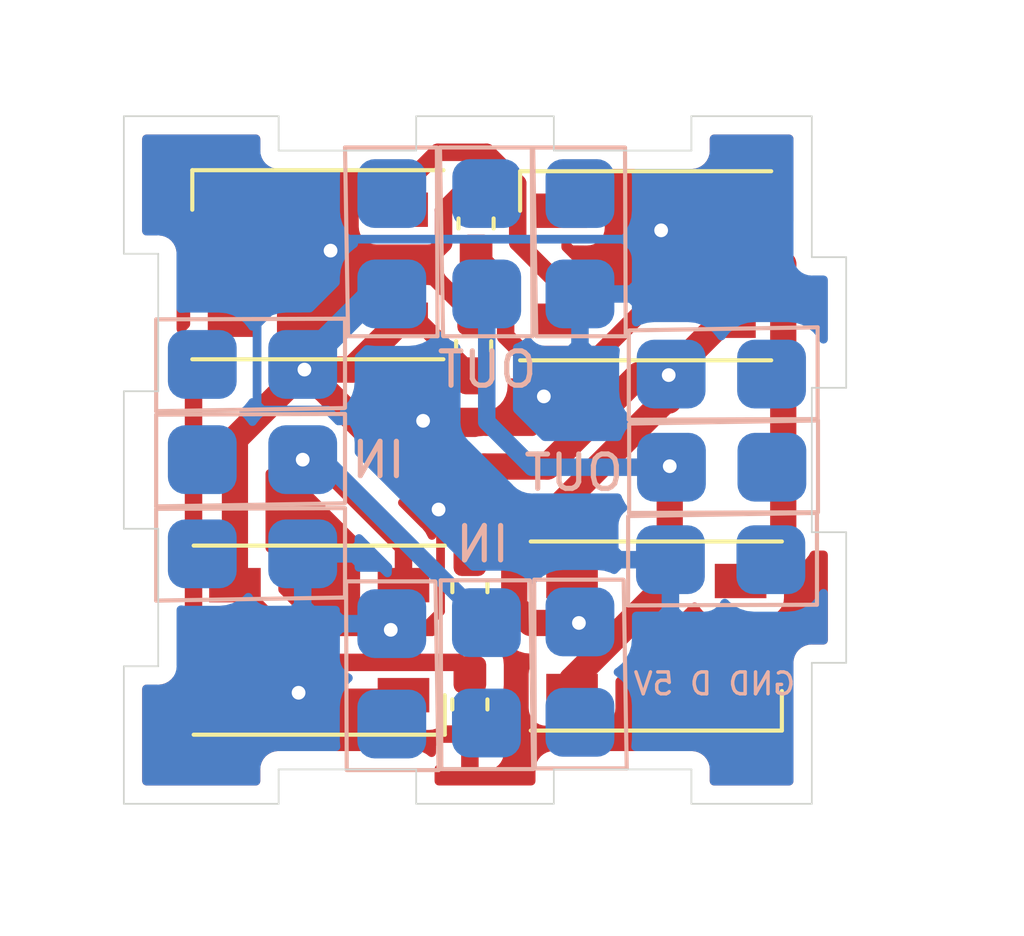
<source format=kicad_pcb>
(kicad_pcb (version 20171130) (host pcbnew "(5.1.10)-1")

  (general
    (thickness 1.6)
    (drawings 41)
    (tracks 102)
    (zones 0)
    (modules 20)
    (nets 20)
  )

  (page A4)
  (layers
    (0 F.Cu signal)
    (31 B.Cu signal)
    (32 B.Adhes user)
    (33 F.Adhes user)
    (34 B.Paste user)
    (35 F.Paste user)
    (36 B.SilkS user)
    (37 F.SilkS user)
    (38 B.Mask user)
    (39 F.Mask user)
    (40 Dwgs.User user)
    (41 Cmts.User user)
    (42 Eco1.User user)
    (43 Eco2.User user)
    (44 Edge.Cuts user)
    (45 Margin user)
    (46 B.CrtYd user)
    (47 F.CrtYd user)
    (48 B.Fab user)
    (49 F.Fab user)
  )

  (setup
    (last_trace_width 0.25)
    (user_trace_width 0.127)
    (user_trace_width 0.254)
    (user_trace_width 0.508)
    (user_trace_width 0.762)
    (trace_clearance 0.2)
    (zone_clearance 0.508)
    (zone_45_only no)
    (trace_min 0.127)
    (via_size 0.8)
    (via_drill 0.4)
    (via_min_size 0.4)
    (via_min_drill 0.3)
    (uvia_size 0.3)
    (uvia_drill 0.1)
    (uvias_allowed no)
    (uvia_min_size 0.2)
    (uvia_min_drill 0.1)
    (edge_width 0.05)
    (segment_width 0.2)
    (pcb_text_width 0.3)
    (pcb_text_size 1.5 1.5)
    (mod_edge_width 0.12)
    (mod_text_size 1 1)
    (mod_text_width 0.15)
    (pad_size 1.524 1.524)
    (pad_drill 0.762)
    (pad_to_mask_clearance 0)
    (aux_axis_origin 55.9 95.5)
    (visible_elements 7FFFFFFF)
    (pcbplotparams
      (layerselection 0x010fc_ffffffff)
      (usegerberextensions false)
      (usegerberattributes true)
      (usegerberadvancedattributes true)
      (creategerberjobfile true)
      (excludeedgelayer true)
      (linewidth 0.100000)
      (plotframeref false)
      (viasonmask false)
      (mode 1)
      (useauxorigin false)
      (hpglpennumber 1)
      (hpglpenspeed 20)
      (hpglpendiameter 15.000000)
      (psnegative false)
      (psa4output false)
      (plotreference true)
      (plotvalue true)
      (plotinvisibletext false)
      (padsonsilk false)
      (subtractmaskfromsilk false)
      (outputformat 1)
      (mirror false)
      (drillshape 1)
      (scaleselection 1)
      (outputdirectory ""))
  )

  (net 0 "")
  (net 1 GND)
  (net 2 +5V)
  (net 3 "Net-(D1-Pad2)")
  (net 4 /in-rgb)
  (net 5 "Net-(D2-Pad2)")
  (net 6 "Net-(D3-Pad2)")
  (net 7 /out-rgb)
  (net 8 "Net-(R1-Pad2)")
  (net 9 "Net-(R2-Pad2)")
  (net 10 "Net-(R3-Pad2)")
  (net 11 "Net-(R4-Pad2)")
  (net 12 "Net-(R5-Pad2)")
  (net 13 "Net-(R6-Pad2)")
  (net 14 "Net-(R7-Pad2)")
  (net 15 "Net-(R8-Pad2)")
  (net 16 "Net-(R9-Pad2)")
  (net 17 "Net-(R10-Pad2)")
  (net 18 "Net-(R11-Pad2)")
  (net 19 "Net-(R12-Pad2)")

  (net_class Default "This is the default net class."
    (clearance 0.2)
    (trace_width 0.25)
    (via_dia 0.8)
    (via_drill 0.4)
    (uvia_dia 0.3)
    (uvia_drill 0.1)
    (add_net +5V)
    (add_net /in-rgb)
    (add_net /out-rgb)
    (add_net GND)
    (add_net "Net-(D1-Pad2)")
    (add_net "Net-(D2-Pad2)")
    (add_net "Net-(D3-Pad2)")
    (add_net "Net-(R1-Pad2)")
    (add_net "Net-(R10-Pad2)")
    (add_net "Net-(R11-Pad2)")
    (add_net "Net-(R12-Pad2)")
    (add_net "Net-(R2-Pad2)")
    (add_net "Net-(R3-Pad2)")
    (add_net "Net-(R4-Pad2)")
    (add_net "Net-(R5-Pad2)")
    (add_net "Net-(R6-Pad2)")
    (add_net "Net-(R7-Pad2)")
    (add_net "Net-(R8-Pad2)")
    (add_net "Net-(R9-Pad2)")
  )

  (module 0WJQ:焊接连接电阻 (layer B.Cu) (tedit 60BB172A) (tstamp 60BBBFE3)
    (at 69.42 77.06)
    (path /60BF2CEA)
    (fp_text reference R12 (at 0 -0.5) (layer F.Fab)
      (effects (font (size 1 1) (thickness 0.15)) (justify mirror))
    )
    (fp_text value R (at 0 0.5) (layer B.Fab)
      (effects (font (size 1 1) (thickness 0.15)) (justify mirror))
    )
    (fp_line (start -1.52 4.84) (end 1.06 4.84) (layer B.SilkS) (width 0.12))
    (fp_line (start 1.05 -0.65) (end -1.62 -0.65) (layer B.SilkS) (width 0.12))
    (fp_line (start 1.07 4.84) (end 1.05 -0.64) (layer B.SilkS) (width 0.12))
    (fp_line (start -1.62 -0.65) (end -1.53 4.82) (layer B.SilkS) (width 0.12))
    (pad 2 connect roundrect (at -0.26 0.69) (size 2 2) (layers B.Cu B.Mask) (roundrect_rratio 0.25)
      (net 19 "Net-(R12-Pad2)"))
    (pad 1 connect roundrect (at -0.26 3.61) (size 2 2) (layers B.Cu B.Mask) (roundrect_rratio 0.25)
      (net 1 GND))
  )

  (module 0WJQ:焊接连接电阻 (layer B.Cu) (tedit 60BB172A) (tstamp 60BBBFD9)
    (at 57.49 85.23 90)
    (path /60BF3820)
    (fp_text reference R11 (at 0 -0.5 90) (layer F.Fab)
      (effects (font (size 1 1) (thickness 0.15)) (justify mirror))
    )
    (fp_text value R (at 0 0.5 90) (layer B.Fab)
      (effects (font (size 1 1) (thickness 0.15)) (justify mirror))
    )
    (fp_line (start -1.52 4.84) (end 1.06 4.84) (layer B.SilkS) (width 0.12))
    (fp_line (start 1.05 -0.65) (end -1.62 -0.65) (layer B.SilkS) (width 0.12))
    (fp_line (start 1.07 4.84) (end 1.05 -0.64) (layer B.SilkS) (width 0.12))
    (fp_line (start -1.62 -0.65) (end -1.53 4.82) (layer B.SilkS) (width 0.12))
    (pad 2 connect roundrect (at -0.26 0.69 90) (size 2 2) (layers B.Cu B.Mask) (roundrect_rratio 0.25)
      (net 18 "Net-(R11-Pad2)"))
    (pad 1 connect roundrect (at -0.26 3.61 90) (size 2 2) (layers B.Cu B.Mask) (roundrect_rratio 0.25)
      (net 4 /in-rgb))
  )

  (module 0WJQ:焊接连接电阻 (layer B.Cu) (tedit 60BB172A) (tstamp 60BBBFCF)
    (at 75.42 83.26 270)
    (path /60BF3A6D)
    (fp_text reference R10 (at 0 -0.5 90) (layer F.Fab)
      (effects (font (size 1 1) (thickness 0.15)) (justify mirror))
    )
    (fp_text value R (at 0 0.5 90) (layer B.Fab)
      (effects (font (size 1 1) (thickness 0.15)) (justify mirror))
    )
    (fp_line (start -1.52 4.84) (end 1.06 4.84) (layer B.SilkS) (width 0.12))
    (fp_line (start 1.05 -0.65) (end -1.62 -0.65) (layer B.SilkS) (width 0.12))
    (fp_line (start 1.07 4.84) (end 1.05 -0.64) (layer B.SilkS) (width 0.12))
    (fp_line (start -1.62 -0.65) (end -1.53 4.82) (layer B.SilkS) (width 0.12))
    (pad 2 connect roundrect (at -0.26 0.69 270) (size 2 2) (layers B.Cu B.Mask) (roundrect_rratio 0.25)
      (net 17 "Net-(R10-Pad2)"))
    (pad 1 connect roundrect (at -0.26 3.61 270) (size 2 2) (layers B.Cu B.Mask) (roundrect_rratio 0.25)
      (net 2 +5V))
  )

  (module 0WJQ:焊接连接电阻 (layer B.Cu) (tedit 60BB172A) (tstamp 60BBBFC5)
    (at 75.4 88.66 270)
    (path /60BF4F0E)
    (fp_text reference R9 (at 0 -0.5 90) (layer F.Fab)
      (effects (font (size 1 1) (thickness 0.15)) (justify mirror))
    )
    (fp_text value R (at 0 0.5 90) (layer B.Fab)
      (effects (font (size 1 1) (thickness 0.15)) (justify mirror))
    )
    (fp_line (start -1.52 4.84) (end 1.06 4.84) (layer B.SilkS) (width 0.12))
    (fp_line (start 1.05 -0.65) (end -1.62 -0.65) (layer B.SilkS) (width 0.12))
    (fp_line (start 1.07 4.84) (end 1.05 -0.64) (layer B.SilkS) (width 0.12))
    (fp_line (start -1.62 -0.65) (end -1.53 4.82) (layer B.SilkS) (width 0.12))
    (pad 2 connect roundrect (at -0.26 0.69 270) (size 2 2) (layers B.Cu B.Mask) (roundrect_rratio 0.25)
      (net 16 "Net-(R9-Pad2)"))
    (pad 1 connect roundrect (at -0.26 3.61 270) (size 2 2) (layers B.Cu B.Mask) (roundrect_rratio 0.25)
      (net 1 GND))
  )

  (module 0WJQ:焊接连接电阻 (layer B.Cu) (tedit 60BB172A) (tstamp 60BBBFBB)
    (at 66.18 93.84 180)
    (path /60BF4F14)
    (fp_text reference R8 (at 0 -0.5) (layer F.Fab)
      (effects (font (size 1 1) (thickness 0.15)) (justify mirror))
    )
    (fp_text value R (at 0 0.5) (layer B.Fab)
      (effects (font (size 1 1) (thickness 0.15)) (justify mirror))
    )
    (fp_line (start -1.62 -0.65) (end -1.53 4.82) (layer B.SilkS) (width 0.12))
    (fp_line (start 1.07 4.84) (end 1.05 -0.64) (layer B.SilkS) (width 0.12))
    (fp_line (start 1.05 -0.65) (end -1.62 -0.65) (layer B.SilkS) (width 0.12))
    (fp_line (start -1.52 4.84) (end 1.06 4.84) (layer B.SilkS) (width 0.12))
    (pad 1 connect roundrect (at -0.26 3.61 180) (size 2 2) (layers B.Cu B.Mask) (roundrect_rratio 0.25)
      (net 4 /in-rgb))
    (pad 2 connect roundrect (at -0.26 0.69 180) (size 2 2) (layers B.Cu B.Mask) (roundrect_rratio 0.25)
      (net 15 "Net-(R8-Pad2)"))
  )

  (module 0WJQ:焊接连接电阻 (layer B.Cu) (tedit 60BB172A) (tstamp 60BBBFB1)
    (at 63.95 77.06)
    (path /60BF4F1A)
    (fp_text reference R7 (at 0 -0.5) (layer F.Fab)
      (effects (font (size 1 1) (thickness 0.15)) (justify mirror))
    )
    (fp_text value R (at 0 0.5) (layer B.Fab)
      (effects (font (size 1 1) (thickness 0.15)) (justify mirror))
    )
    (fp_line (start -1.52 4.84) (end 1.06 4.84) (layer B.SilkS) (width 0.12))
    (fp_line (start 1.05 -0.65) (end -1.62 -0.65) (layer B.SilkS) (width 0.12))
    (fp_line (start 1.07 4.84) (end 1.05 -0.64) (layer B.SilkS) (width 0.12))
    (fp_line (start -1.62 -0.65) (end -1.53 4.82) (layer B.SilkS) (width 0.12))
    (pad 2 connect roundrect (at -0.26 0.69) (size 2 2) (layers B.Cu B.Mask) (roundrect_rratio 0.25)
      (net 14 "Net-(R7-Pad2)"))
    (pad 1 connect roundrect (at -0.26 3.61) (size 2 2) (layers B.Cu B.Mask) (roundrect_rratio 0.25)
      (net 2 +5V))
  )

  (module 0WJQ:焊接连接电阻 (layer B.Cu) (tedit 60BB172A) (tstamp 60BBBFA7)
    (at 63.43 93.87 180)
    (path /60BF6E23)
    (fp_text reference R6 (at 0 -0.5) (layer F.Fab)
      (effects (font (size 1 1) (thickness 0.15)) (justify mirror))
    )
    (fp_text value R (at 0 0.5) (layer B.Fab)
      (effects (font (size 1 1) (thickness 0.15)) (justify mirror))
    )
    (fp_line (start -1.52 4.84) (end 1.06 4.84) (layer B.SilkS) (width 0.12))
    (fp_line (start 1.05 -0.65) (end -1.62 -0.65) (layer B.SilkS) (width 0.12))
    (fp_line (start 1.07 4.84) (end 1.05 -0.64) (layer B.SilkS) (width 0.12))
    (fp_line (start -1.62 -0.65) (end -1.53 4.82) (layer B.SilkS) (width 0.12))
    (pad 2 connect roundrect (at -0.26 0.69 180) (size 2 2) (layers B.Cu B.Mask) (roundrect_rratio 0.25)
      (net 13 "Net-(R6-Pad2)"))
    (pad 1 connect roundrect (at -0.26 3.61 180) (size 2 2) (layers B.Cu B.Mask) (roundrect_rratio 0.25)
      (net 1 GND))
  )

  (module 0WJQ:焊接连接电阻 (layer B.Cu) (tedit 60BB172A) (tstamp 60BBBF9D)
    (at 75.43 85.97 270)
    (path /60BF6E29)
    (fp_text reference R5 (at 0 -0.5 90) (layer F.Fab)
      (effects (font (size 1 1) (thickness 0.15)) (justify mirror))
    )
    (fp_text value R (at 0 0.5 90) (layer B.Fab)
      (effects (font (size 1 1) (thickness 0.15)) (justify mirror))
    )
    (fp_line (start -1.52 4.84) (end 1.06 4.84) (layer B.SilkS) (width 0.12))
    (fp_line (start 1.05 -0.65) (end -1.62 -0.65) (layer B.SilkS) (width 0.12))
    (fp_line (start 1.07 4.84) (end 1.05 -0.64) (layer B.SilkS) (width 0.12))
    (fp_line (start -1.62 -0.65) (end -1.53 4.82) (layer B.SilkS) (width 0.12))
    (pad 2 connect roundrect (at -0.26 0.69 270) (size 2 2) (layers B.Cu B.Mask) (roundrect_rratio 0.25)
      (net 12 "Net-(R5-Pad2)"))
    (pad 1 connect roundrect (at -0.26 3.61 270) (size 2 2) (layers B.Cu B.Mask) (roundrect_rratio 0.25)
      (net 7 /out-rgb))
  )

  (module 0WJQ:焊接连接电阻 (layer B.Cu) (tedit 60BB172A) (tstamp 60BBBF93)
    (at 68.9 93.82 180)
    (path /60BF6E2F)
    (fp_text reference R4 (at 0 -0.5) (layer F.Fab)
      (effects (font (size 1 1) (thickness 0.15)) (justify mirror))
    )
    (fp_text value R (at 0 0.5) (layer B.Fab)
      (effects (font (size 1 1) (thickness 0.15)) (justify mirror))
    )
    (fp_line (start -1.52 4.84) (end 1.06 4.84) (layer B.SilkS) (width 0.12))
    (fp_line (start 1.05 -0.65) (end -1.62 -0.65) (layer B.SilkS) (width 0.12))
    (fp_line (start 1.07 4.84) (end 1.05 -0.64) (layer B.SilkS) (width 0.12))
    (fp_line (start -1.62 -0.65) (end -1.53 4.82) (layer B.SilkS) (width 0.12))
    (pad 2 connect roundrect (at -0.26 0.69 180) (size 2 2) (layers B.Cu B.Mask) (roundrect_rratio 0.25)
      (net 11 "Net-(R4-Pad2)"))
    (pad 1 connect roundrect (at -0.26 3.61 180) (size 2 2) (layers B.Cu B.Mask) (roundrect_rratio 0.25)
      (net 2 +5V))
  )

  (module 0WJQ:焊接连接电阻 (layer B.Cu) (tedit 60BB172A) (tstamp 60BBBF89)
    (at 57.49 87.97 90)
    (path /60BF7D02)
    (fp_text reference R3 (at 0 -0.5 90) (layer F.Fab)
      (effects (font (size 1 1) (thickness 0.15)) (justify mirror))
    )
    (fp_text value R (at 0 0.5 90) (layer B.Fab)
      (effects (font (size 1 1) (thickness 0.15)) (justify mirror))
    )
    (fp_line (start -1.52 4.84) (end 1.06 4.84) (layer B.SilkS) (width 0.12))
    (fp_line (start 1.05 -0.65) (end -1.62 -0.65) (layer B.SilkS) (width 0.12))
    (fp_line (start 1.07 4.84) (end 1.05 -0.64) (layer B.SilkS) (width 0.12))
    (fp_line (start -1.62 -0.65) (end -1.53 4.82) (layer B.SilkS) (width 0.12))
    (pad 2 connect roundrect (at -0.26 0.69 90) (size 2 2) (layers B.Cu B.Mask) (roundrect_rratio 0.25)
      (net 10 "Net-(R3-Pad2)"))
    (pad 1 connect roundrect (at -0.26 3.61 90) (size 2 2) (layers B.Cu B.Mask) (roundrect_rratio 0.25)
      (net 1 GND))
  )

  (module 0WJQ:焊接连接电阻 (layer B.Cu) (tedit 60BB172A) (tstamp 60BBBF7F)
    (at 66.71 77.06)
    (path /60BF7D08)
    (fp_text reference R2 (at 0 -0.5) (layer F.Fab)
      (effects (font (size 1 1) (thickness 0.15)) (justify mirror))
    )
    (fp_text value R (at 0 0.5) (layer B.Fab)
      (effects (font (size 1 1) (thickness 0.15)) (justify mirror))
    )
    (fp_line (start -1.62 -0.65) (end -1.53 4.82) (layer B.SilkS) (width 0.12))
    (fp_line (start 1.07 4.84) (end 1.05 -0.64) (layer B.SilkS) (width 0.12))
    (fp_line (start 1.05 -0.65) (end -1.62 -0.65) (layer B.SilkS) (width 0.12))
    (fp_line (start -1.52 4.84) (end 1.06 4.84) (layer B.SilkS) (width 0.12))
    (pad 1 connect roundrect (at -0.26 3.61) (size 2 2) (layers B.Cu B.Mask) (roundrect_rratio 0.25)
      (net 7 /out-rgb))
    (pad 2 connect roundrect (at -0.26 0.69) (size 2 2) (layers B.Cu B.Mask) (roundrect_rratio 0.25)
      (net 9 "Net-(R2-Pad2)"))
  )

  (module 0WJQ:焊接连接电阻 (layer B.Cu) (tedit 60BB172A) (tstamp 60BBBF75)
    (at 57.49 82.46 90)
    (path /60BF7D0E)
    (fp_text reference R1 (at 0 -0.5 90) (layer F.Fab)
      (effects (font (size 1 1) (thickness 0.15)) (justify mirror))
    )
    (fp_text value R (at 0 0.5 90) (layer B.Fab)
      (effects (font (size 1 1) (thickness 0.15)) (justify mirror))
    )
    (fp_line (start -1.52 4.84) (end 1.06 4.84) (layer B.SilkS) (width 0.12))
    (fp_line (start 1.05 -0.65) (end -1.62 -0.65) (layer B.SilkS) (width 0.12))
    (fp_line (start 1.07 4.84) (end 1.05 -0.64) (layer B.SilkS) (width 0.12))
    (fp_line (start -1.62 -0.65) (end -1.53 4.82) (layer B.SilkS) (width 0.12))
    (pad 2 connect roundrect (at -0.26 0.69 90) (size 2 2) (layers B.Cu B.Mask) (roundrect_rratio 0.25)
      (net 8 "Net-(R1-Pad2)"))
    (pad 1 connect roundrect (at -0.26 3.61 90) (size 2 2) (layers B.Cu B.Mask) (roundrect_rratio 0.25)
      (net 2 +5V))
  )

  (module LED_SMD:LED_WS2812B_PLCC4_5.0x5.0mm_P3.2mm (layer F.Cu) (tedit 5AA4B285) (tstamp 60BBBB88)
    (at 71.38 90.62)
    (descr https://cdn-shop.adafruit.com/datasheets/WS2812B.pdf)
    (tags "LED RGB NeoPixel")
    (path /60BF96A4)
    (attr smd)
    (fp_text reference D4 (at 0 -3.5) (layer F.Fab)
      (effects (font (size 1 1) (thickness 0.15)))
    )
    (fp_text value WS2812B (at 0 4) (layer F.Fab)
      (effects (font (size 1 1) (thickness 0.15)))
    )
    (fp_line (start 3.45 -2.75) (end -3.45 -2.75) (layer F.CrtYd) (width 0.05))
    (fp_line (start 3.45 2.75) (end 3.45 -2.75) (layer F.CrtYd) (width 0.05))
    (fp_line (start -3.45 2.75) (end 3.45 2.75) (layer F.CrtYd) (width 0.05))
    (fp_line (start -3.45 -2.75) (end -3.45 2.75) (layer F.CrtYd) (width 0.05))
    (fp_line (start 2.5 1.5) (end 1.5 2.5) (layer F.Fab) (width 0.1))
    (fp_line (start -2.5 -2.5) (end -2.5 2.5) (layer F.Fab) (width 0.1))
    (fp_line (start -2.5 2.5) (end 2.5 2.5) (layer F.Fab) (width 0.1))
    (fp_line (start 2.5 2.5) (end 2.5 -2.5) (layer F.Fab) (width 0.1))
    (fp_line (start 2.5 -2.5) (end -2.5 -2.5) (layer F.Fab) (width 0.1))
    (fp_line (start -3.65 -2.75) (end 3.65 -2.75) (layer F.SilkS) (width 0.12))
    (fp_line (start -3.65 2.75) (end 3.65 2.75) (layer F.SilkS) (width 0.12))
    (fp_line (start 3.65 2.75) (end 3.65 1.6) (layer F.SilkS) (width 0.12))
    (fp_circle (center 0 0) (end 0 -2) (layer F.Fab) (width 0.1))
    (fp_text user %R (at 0 0) (layer F.Fab)
      (effects (font (size 0.8 0.8) (thickness 0.15)))
    )
    (fp_text user 1 (at -4.15 -1.6) (layer F.Fab)
      (effects (font (size 1 1) (thickness 0.15)))
    )
    (pad 1 smd rect (at -2.45 -1.6) (size 1.5 1) (layers F.Cu F.Paste F.Mask)
      (net 2 +5V))
    (pad 2 smd rect (at -2.45 1.6) (size 1.5 1) (layers F.Cu F.Paste F.Mask)
      (net 7 /out-rgb))
    (pad 4 smd rect (at 2.45 -1.6) (size 1.5 1) (layers F.Cu F.Paste F.Mask)
      (net 6 "Net-(D3-Pad2)"))
    (pad 3 smd rect (at 2.45 1.6) (size 1.5 1) (layers F.Cu F.Paste F.Mask)
      (net 1 GND))
    (model ${KISYS3DMOD}/LED_SMD.3dshapes/LED_WS2812B_PLCC4_5.0x5.0mm_P3.2mm.wrl
      (at (xyz 0 0 0))
      (scale (xyz 1 1 1))
      (rotate (xyz 0 0 0))
    )
  )

  (module LED_SMD:LED_WS2812B_PLCC4_5.0x5.0mm_P3.2mm (layer F.Cu) (tedit 5AA4B285) (tstamp 60BBBB71)
    (at 71.07 79.85 180)
    (descr https://cdn-shop.adafruit.com/datasheets/WS2812B.pdf)
    (tags "LED RGB NeoPixel")
    (path /60BF8F8A)
    (attr smd)
    (fp_text reference D3 (at 0 -3.5) (layer F.Fab)
      (effects (font (size 1 1) (thickness 0.15)))
    )
    (fp_text value WS2812B (at 0 4) (layer F.Fab)
      (effects (font (size 1 1) (thickness 0.15)))
    )
    (fp_line (start 3.45 -2.75) (end -3.45 -2.75) (layer F.CrtYd) (width 0.05))
    (fp_line (start 3.45 2.75) (end 3.45 -2.75) (layer F.CrtYd) (width 0.05))
    (fp_line (start -3.45 2.75) (end 3.45 2.75) (layer F.CrtYd) (width 0.05))
    (fp_line (start -3.45 -2.75) (end -3.45 2.75) (layer F.CrtYd) (width 0.05))
    (fp_line (start 2.5 1.5) (end 1.5 2.5) (layer F.Fab) (width 0.1))
    (fp_line (start -2.5 -2.5) (end -2.5 2.5) (layer F.Fab) (width 0.1))
    (fp_line (start -2.5 2.5) (end 2.5 2.5) (layer F.Fab) (width 0.1))
    (fp_line (start 2.5 2.5) (end 2.5 -2.5) (layer F.Fab) (width 0.1))
    (fp_line (start 2.5 -2.5) (end -2.5 -2.5) (layer F.Fab) (width 0.1))
    (fp_line (start -3.65 -2.75) (end 3.65 -2.75) (layer F.SilkS) (width 0.12))
    (fp_line (start -3.65 2.75) (end 3.65 2.75) (layer F.SilkS) (width 0.12))
    (fp_line (start 3.65 2.75) (end 3.65 1.6) (layer F.SilkS) (width 0.12))
    (fp_circle (center 0 0) (end 0 -2) (layer F.Fab) (width 0.1))
    (fp_text user %R (at 0 0) (layer F.Fab)
      (effects (font (size 0.8 0.8) (thickness 0.15)))
    )
    (fp_text user 1 (at -4.15 -1.6) (layer F.Fab)
      (effects (font (size 1 1) (thickness 0.15)))
    )
    (pad 1 smd rect (at -2.45 -1.6 180) (size 1.5 1) (layers F.Cu F.Paste F.Mask)
      (net 2 +5V))
    (pad 2 smd rect (at -2.45 1.6 180) (size 1.5 1) (layers F.Cu F.Paste F.Mask)
      (net 6 "Net-(D3-Pad2)"))
    (pad 4 smd rect (at 2.45 -1.6 180) (size 1.5 1) (layers F.Cu F.Paste F.Mask)
      (net 5 "Net-(D2-Pad2)"))
    (pad 3 smd rect (at 2.45 1.6 180) (size 1.5 1) (layers F.Cu F.Paste F.Mask)
      (net 1 GND))
    (model ${KISYS3DMOD}/LED_SMD.3dshapes/LED_WS2812B_PLCC4_5.0x5.0mm_P3.2mm.wrl
      (at (xyz 0 0 0))
      (scale (xyz 1 1 1))
      (rotate (xyz 0 0 0))
    )
  )

  (module LED_SMD:LED_WS2812B_PLCC4_5.0x5.0mm_P3.2mm (layer F.Cu) (tedit 5AA4B285) (tstamp 60BBBB5A)
    (at 61.54 79.82 180)
    (descr https://cdn-shop.adafruit.com/datasheets/WS2812B.pdf)
    (tags "LED RGB NeoPixel")
    (path /60BF89FE)
    (attr smd)
    (fp_text reference D2 (at 0 -3.5) (layer F.Fab)
      (effects (font (size 1 1) (thickness 0.15)))
    )
    (fp_text value WS2812B (at 0 4) (layer F.Fab)
      (effects (font (size 1 1) (thickness 0.15)))
    )
    (fp_line (start 3.45 -2.75) (end -3.45 -2.75) (layer F.CrtYd) (width 0.05))
    (fp_line (start 3.45 2.75) (end 3.45 -2.75) (layer F.CrtYd) (width 0.05))
    (fp_line (start -3.45 2.75) (end 3.45 2.75) (layer F.CrtYd) (width 0.05))
    (fp_line (start -3.45 -2.75) (end -3.45 2.75) (layer F.CrtYd) (width 0.05))
    (fp_line (start 2.5 1.5) (end 1.5 2.5) (layer F.Fab) (width 0.1))
    (fp_line (start -2.5 -2.5) (end -2.5 2.5) (layer F.Fab) (width 0.1))
    (fp_line (start -2.5 2.5) (end 2.5 2.5) (layer F.Fab) (width 0.1))
    (fp_line (start 2.5 2.5) (end 2.5 -2.5) (layer F.Fab) (width 0.1))
    (fp_line (start 2.5 -2.5) (end -2.5 -2.5) (layer F.Fab) (width 0.1))
    (fp_line (start -3.65 -2.75) (end 3.65 -2.75) (layer F.SilkS) (width 0.12))
    (fp_line (start -3.65 2.75) (end 3.65 2.75) (layer F.SilkS) (width 0.12))
    (fp_line (start 3.65 2.75) (end 3.65 1.6) (layer F.SilkS) (width 0.12))
    (fp_circle (center 0 0) (end 0 -2) (layer F.Fab) (width 0.1))
    (fp_text user %R (at 0 0) (layer F.Fab)
      (effects (font (size 0.8 0.8) (thickness 0.15)))
    )
    (fp_text user 1 (at -4.09 -1.6) (layer F.Fab)
      (effects (font (size 1 1) (thickness 0.15)))
    )
    (pad 1 smd rect (at -2.45 -1.6 180) (size 1.5 1) (layers F.Cu F.Paste F.Mask)
      (net 2 +5V))
    (pad 2 smd rect (at -2.45 1.6 180) (size 1.5 1) (layers F.Cu F.Paste F.Mask)
      (net 5 "Net-(D2-Pad2)"))
    (pad 4 smd rect (at 2.45 -1.6 180) (size 1.5 1) (layers F.Cu F.Paste F.Mask)
      (net 3 "Net-(D1-Pad2)"))
    (pad 3 smd rect (at 2.45 1.6 180) (size 1.5 1) (layers F.Cu F.Paste F.Mask)
      (net 1 GND))
    (model ${KISYS3DMOD}/LED_SMD.3dshapes/LED_WS2812B_PLCC4_5.0x5.0mm_P3.2mm.wrl
      (at (xyz 0 0 0))
      (scale (xyz 1 1 1))
      (rotate (xyz 0 0 0))
    )
  )

  (module LED_SMD:LED_WS2812B_PLCC4_5.0x5.0mm_P3.2mm (layer F.Cu) (tedit 5AA4B285) (tstamp 60BBBB43)
    (at 61.58 90.74)
    (descr https://cdn-shop.adafruit.com/datasheets/WS2812B.pdf)
    (tags "LED RGB NeoPixel")
    (path /60BF2568)
    (attr smd)
    (fp_text reference D1 (at 0 -3.5) (layer F.Fab)
      (effects (font (size 1 1) (thickness 0.15)))
    )
    (fp_text value WS2812B (at 0 4) (layer F.Fab)
      (effects (font (size 1 1) (thickness 0.15)))
    )
    (fp_line (start 3.45 -2.75) (end -3.45 -2.75) (layer F.CrtYd) (width 0.05))
    (fp_line (start 3.45 2.75) (end 3.45 -2.75) (layer F.CrtYd) (width 0.05))
    (fp_line (start -3.45 2.75) (end 3.45 2.75) (layer F.CrtYd) (width 0.05))
    (fp_line (start -3.45 -2.75) (end -3.45 2.75) (layer F.CrtYd) (width 0.05))
    (fp_line (start 2.5 1.5) (end 1.5 2.5) (layer F.Fab) (width 0.1))
    (fp_line (start -2.5 -2.5) (end -2.5 2.5) (layer F.Fab) (width 0.1))
    (fp_line (start -2.5 2.5) (end 2.5 2.5) (layer F.Fab) (width 0.1))
    (fp_line (start 2.5 2.5) (end 2.5 -2.5) (layer F.Fab) (width 0.1))
    (fp_line (start 2.5 -2.5) (end -2.5 -2.5) (layer F.Fab) (width 0.1))
    (fp_line (start -3.65 -2.75) (end 3.65 -2.75) (layer F.SilkS) (width 0.12))
    (fp_line (start -3.65 2.75) (end 3.65 2.75) (layer F.SilkS) (width 0.12))
    (fp_line (start 3.65 2.75) (end 3.65 1.6) (layer F.SilkS) (width 0.12))
    (fp_circle (center 0 0) (end 0 -2) (layer F.Fab) (width 0.1))
    (fp_text user %R (at 0 0) (layer F.Fab)
      (effects (font (size 0.8 0.8) (thickness 0.15)))
    )
    (fp_text user 1 (at -4.15 -1.6) (layer F.Fab)
      (effects (font (size 1 1) (thickness 0.15)))
    )
    (pad 1 smd rect (at -2.45 -1.6) (size 1.5 1) (layers F.Cu F.Paste F.Mask)
      (net 2 +5V))
    (pad 2 smd rect (at -2.45 1.6) (size 1.5 1) (layers F.Cu F.Paste F.Mask)
      (net 3 "Net-(D1-Pad2)"))
    (pad 4 smd rect (at 2.45 -1.6) (size 1.5 1) (layers F.Cu F.Paste F.Mask)
      (net 4 /in-rgb))
    (pad 3 smd rect (at 2.45 1.6) (size 1.5 1) (layers F.Cu F.Paste F.Mask)
      (net 1 GND))
    (model ${KISYS3DMOD}/LED_SMD.3dshapes/LED_WS2812B_PLCC4_5.0x5.0mm_P3.2mm.wrl
      (at (xyz 0 0 0))
      (scale (xyz 1 1 1))
      (rotate (xyz 0 0 0))
    )
  )

  (module Capacitor_SMD:C_0603_1608Metric_Pad1.08x0.95mm_HandSolder (layer F.Cu) (tedit 5F68FEEF) (tstamp 60BBBB2C)
    (at 65.96 92.61 270)
    (descr "Capacitor SMD 0603 (1608 Metric), square (rectangular) end terminal, IPC_7351 nominal with elongated pad for handsoldering. (Body size source: IPC-SM-782 page 76, https://www.pcb-3d.com/wordpress/wp-content/uploads/ipc-sm-782a_amendment_1_and_2.pdf), generated with kicad-footprint-generator")
    (tags "capacitor handsolder")
    (path /60BFC146)
    (attr smd)
    (fp_text reference C4 (at 0 -1.43 90) (layer F.Fab)
      (effects (font (size 1 1) (thickness 0.15)))
    )
    (fp_text value 100nf (at 0 1.43 90) (layer F.Fab)
      (effects (font (size 1 1) (thickness 0.15)))
    )
    (fp_line (start -0.8 0.4) (end -0.8 -0.4) (layer F.Fab) (width 0.1))
    (fp_line (start -0.8 -0.4) (end 0.8 -0.4) (layer F.Fab) (width 0.1))
    (fp_line (start 0.8 -0.4) (end 0.8 0.4) (layer F.Fab) (width 0.1))
    (fp_line (start 0.8 0.4) (end -0.8 0.4) (layer F.Fab) (width 0.1))
    (fp_line (start -0.146267 -0.51) (end 0.146267 -0.51) (layer F.SilkS) (width 0.12))
    (fp_line (start -0.146267 0.51) (end 0.146267 0.51) (layer F.SilkS) (width 0.12))
    (fp_line (start -1.65 0.73) (end -1.65 -0.73) (layer F.CrtYd) (width 0.05))
    (fp_line (start -1.65 -0.73) (end 1.65 -0.73) (layer F.CrtYd) (width 0.05))
    (fp_line (start 1.65 -0.73) (end 1.65 0.73) (layer F.CrtYd) (width 0.05))
    (fp_line (start 1.65 0.73) (end -1.65 0.73) (layer F.CrtYd) (width 0.05))
    (fp_text user %R (at 0 0 90) (layer F.Fab)
      (effects (font (size 0.4 0.4) (thickness 0.06)))
    )
    (pad 2 smd roundrect (at 0.8625 0 270) (size 1.075 0.95) (layers F.Cu F.Paste F.Mask) (roundrect_rratio 0.25)
      (net 1 GND))
    (pad 1 smd roundrect (at -0.8625 0 270) (size 1.075 0.95) (layers F.Cu F.Paste F.Mask) (roundrect_rratio 0.25)
      (net 2 +5V))
    (model ${KISYS3DMOD}/Capacitor_SMD.3dshapes/C_0603_1608Metric.wrl
      (at (xyz 0 0 0))
      (scale (xyz 1 1 1))
      (rotate (xyz 0 0 0))
    )
  )

  (module Capacitor_SMD:C_0603_1608Metric_Pad1.08x0.95mm_HandSolder (layer F.Cu) (tedit 5F68FEEF) (tstamp 60BBBB1B)
    (at 65.96 89.2 90)
    (descr "Capacitor SMD 0603 (1608 Metric), square (rectangular) end terminal, IPC_7351 nominal with elongated pad for handsoldering. (Body size source: IPC-SM-782 page 76, https://www.pcb-3d.com/wordpress/wp-content/uploads/ipc-sm-782a_amendment_1_and_2.pdf), generated with kicad-footprint-generator")
    (tags "capacitor handsolder")
    (path /60BFC495)
    (attr smd)
    (fp_text reference C3 (at 0 -1.43 90) (layer F.Fab)
      (effects (font (size 1 1) (thickness 0.15)))
    )
    (fp_text value 100nf (at 0 1.43 90) (layer F.Fab)
      (effects (font (size 1 1) (thickness 0.15)))
    )
    (fp_line (start -0.8 0.4) (end -0.8 -0.4) (layer F.Fab) (width 0.1))
    (fp_line (start -0.8 -0.4) (end 0.8 -0.4) (layer F.Fab) (width 0.1))
    (fp_line (start 0.8 -0.4) (end 0.8 0.4) (layer F.Fab) (width 0.1))
    (fp_line (start 0.8 0.4) (end -0.8 0.4) (layer F.Fab) (width 0.1))
    (fp_line (start -0.146267 -0.51) (end 0.146267 -0.51) (layer F.SilkS) (width 0.12))
    (fp_line (start -0.146267 0.51) (end 0.146267 0.51) (layer F.SilkS) (width 0.12))
    (fp_line (start -1.65 0.73) (end -1.65 -0.73) (layer F.CrtYd) (width 0.05))
    (fp_line (start -1.65 -0.73) (end 1.65 -0.73) (layer F.CrtYd) (width 0.05))
    (fp_line (start 1.65 -0.73) (end 1.65 0.73) (layer F.CrtYd) (width 0.05))
    (fp_line (start 1.65 0.73) (end -1.65 0.73) (layer F.CrtYd) (width 0.05))
    (fp_text user %R (at 0 0 90) (layer F.Fab)
      (effects (font (size 0.4 0.4) (thickness 0.06)))
    )
    (pad 2 smd roundrect (at 0.8625 0 90) (size 1.075 0.95) (layers F.Cu F.Paste F.Mask) (roundrect_rratio 0.25)
      (net 1 GND))
    (pad 1 smd roundrect (at -0.8625 0 90) (size 1.075 0.95) (layers F.Cu F.Paste F.Mask) (roundrect_rratio 0.25)
      (net 2 +5V))
    (model ${KISYS3DMOD}/Capacitor_SMD.3dshapes/C_0603_1608Metric.wrl
      (at (xyz 0 0 0))
      (scale (xyz 1 1 1))
      (rotate (xyz 0 0 0))
    )
  )

  (module Capacitor_SMD:C_0603_1608Metric_Pad1.08x0.95mm_HandSolder (layer F.Cu) (tedit 5F68FEEF) (tstamp 60BBBB0A)
    (at 66.07 82.19 90)
    (descr "Capacitor SMD 0603 (1608 Metric), square (rectangular) end terminal, IPC_7351 nominal with elongated pad for handsoldering. (Body size source: IPC-SM-782 page 76, https://www.pcb-3d.com/wordpress/wp-content/uploads/ipc-sm-782a_amendment_1_and_2.pdf), generated with kicad-footprint-generator")
    (tags "capacitor handsolder")
    (path /60BFAF80)
    (attr smd)
    (fp_text reference C2 (at 0 -1.43 90) (layer F.Fab)
      (effects (font (size 1 1) (thickness 0.15)))
    )
    (fp_text value 100nf (at 0 1.43 90) (layer F.Fab)
      (effects (font (size 1 1) (thickness 0.15)))
    )
    (fp_line (start -0.8 0.4) (end -0.8 -0.4) (layer F.Fab) (width 0.1))
    (fp_line (start -0.8 -0.4) (end 0.8 -0.4) (layer F.Fab) (width 0.1))
    (fp_line (start 0.8 -0.4) (end 0.8 0.4) (layer F.Fab) (width 0.1))
    (fp_line (start 0.8 0.4) (end -0.8 0.4) (layer F.Fab) (width 0.1))
    (fp_line (start -0.146267 -0.51) (end 0.146267 -0.51) (layer F.SilkS) (width 0.12))
    (fp_line (start -0.146267 0.51) (end 0.146267 0.51) (layer F.SilkS) (width 0.12))
    (fp_line (start -1.65 0.73) (end -1.65 -0.73) (layer F.CrtYd) (width 0.05))
    (fp_line (start -1.65 -0.73) (end 1.65 -0.73) (layer F.CrtYd) (width 0.05))
    (fp_line (start 1.65 -0.73) (end 1.65 0.73) (layer F.CrtYd) (width 0.05))
    (fp_line (start 1.65 0.73) (end -1.65 0.73) (layer F.CrtYd) (width 0.05))
    (fp_text user %R (at 0 0 90) (layer F.Fab)
      (effects (font (size 0.4 0.4) (thickness 0.06)))
    )
    (pad 2 smd roundrect (at 0.8625 0 90) (size 1.075 0.95) (layers F.Cu F.Paste F.Mask) (roundrect_rratio 0.25)
      (net 1 GND))
    (pad 1 smd roundrect (at -0.8625 0 90) (size 1.075 0.95) (layers F.Cu F.Paste F.Mask) (roundrect_rratio 0.25)
      (net 2 +5V))
    (model ${KISYS3DMOD}/Capacitor_SMD.3dshapes/C_0603_1608Metric.wrl
      (at (xyz 0 0 0))
      (scale (xyz 1 1 1))
      (rotate (xyz 0 0 0))
    )
  )

  (module Capacitor_SMD:C_0603_1608Metric_Pad1.08x0.95mm_HandSolder (layer F.Cu) (tedit 5F68FEEF) (tstamp 60BBBAF9)
    (at 66.14 78.62 90)
    (descr "Capacitor SMD 0603 (1608 Metric), square (rectangular) end terminal, IPC_7351 nominal with elongated pad for handsoldering. (Body size source: IPC-SM-782 page 76, https://www.pcb-3d.com/wordpress/wp-content/uploads/ipc-sm-782a_amendment_1_and_2.pdf), generated with kicad-footprint-generator")
    (tags "capacitor handsolder")
    (path /60BFBD62)
    (attr smd)
    (fp_text reference C1 (at 0 -1.43 90) (layer F.Fab)
      (effects (font (size 1 1) (thickness 0.15)))
    )
    (fp_text value 100nf (at 0 1.43 90) (layer F.Fab)
      (effects (font (size 1 1) (thickness 0.15)))
    )
    (fp_line (start -0.8 0.4) (end -0.8 -0.4) (layer F.Fab) (width 0.1))
    (fp_line (start -0.8 -0.4) (end 0.8 -0.4) (layer F.Fab) (width 0.1))
    (fp_line (start 0.8 -0.4) (end 0.8 0.4) (layer F.Fab) (width 0.1))
    (fp_line (start 0.8 0.4) (end -0.8 0.4) (layer F.Fab) (width 0.1))
    (fp_line (start -0.146267 -0.51) (end 0.146267 -0.51) (layer F.SilkS) (width 0.12))
    (fp_line (start -0.146267 0.51) (end 0.146267 0.51) (layer F.SilkS) (width 0.12))
    (fp_line (start -1.65 0.73) (end -1.65 -0.73) (layer F.CrtYd) (width 0.05))
    (fp_line (start -1.65 -0.73) (end 1.65 -0.73) (layer F.CrtYd) (width 0.05))
    (fp_line (start 1.65 -0.73) (end 1.65 0.73) (layer F.CrtYd) (width 0.05))
    (fp_line (start 1.65 0.73) (end -1.65 0.73) (layer F.CrtYd) (width 0.05))
    (fp_text user %R (at 0 0 90) (layer F.Fab)
      (effects (font (size 0.4 0.4) (thickness 0.06)))
    )
    (pad 2 smd roundrect (at 0.8625 0 90) (size 1.075 0.95) (layers F.Cu F.Paste F.Mask) (roundrect_rratio 0.25)
      (net 1 GND))
    (pad 1 smd roundrect (at -0.8625 0 90) (size 1.075 0.95) (layers F.Cu F.Paste F.Mask) (roundrect_rratio 0.25)
      (net 2 +5V))
    (model ${KISYS3DMOD}/Capacitor_SMD.3dshapes/C_0603_1608Metric.wrl
      (at (xyz 0 0 0))
      (scale (xyz 1 1 1))
      (rotate (xyz 0 0 0))
    )
  )

  (gr_text OUT (at 68.98 85.87) (layer B.SilkS)
    (effects (font (size 1 1) (thickness 0.15)) (justify mirror))
  )
  (gr_text IN (at 66.33 87.95) (layer B.SilkS)
    (effects (font (size 1 1) (thickness 0.15)) (justify mirror))
  )
  (gr_text OUT (at 66.46 82.87) (layer B.SilkS)
    (effects (font (size 1 1) (thickness 0.15)) (justify mirror))
  )
  (gr_text IN (at 63.3 85.5) (layer B.SilkS)
    (effects (font (size 1 1) (thickness 0.15)) (justify mirror))
  )
  (gr_text "GND D 5V" (at 73.07 92.01) (layer B.SilkS)
    (effects (font (size 0.635 0.635) (thickness 0.1016)) (justify mirror))
  )
  (gr_line (start 60.4 75.5) (end 55.9 75.5) (layer Edge.Cuts) (width 0.05) (tstamp 60BBC17A))
  (gr_line (start 60.4 76.5) (end 60.4 75.5) (layer Edge.Cuts) (width 0.05))
  (gr_line (start 64.4 76.5) (end 60.4 76.5) (layer Edge.Cuts) (width 0.05))
  (gr_line (start 64.4 75.5) (end 64.4 76.5) (layer Edge.Cuts) (width 0.05))
  (gr_line (start 68.4 75.5) (end 64.4 75.5) (layer Edge.Cuts) (width 0.05))
  (gr_line (start 68.4 76.5) (end 68.4 75.5) (layer Edge.Cuts) (width 0.05))
  (gr_line (start 72.4 76.5) (end 68.4 76.5) (layer Edge.Cuts) (width 0.05))
  (gr_line (start 72.4 75.5) (end 72.4 76.5) (layer Edge.Cuts) (width 0.05))
  (gr_line (start 75.9 75.5) (end 72.4 75.5) (layer Edge.Cuts) (width 0.05))
  (gr_line (start 75.9 79.6) (end 75.9 75.5) (layer Edge.Cuts) (width 0.05))
  (gr_line (start 76.9 79.6) (end 75.9 79.6) (layer Edge.Cuts) (width 0.05))
  (gr_line (start 76.9 83.4) (end 76.9 79.6) (layer Edge.Cuts) (width 0.05))
  (gr_line (start 75.9 83.4) (end 76.9 83.4) (layer Edge.Cuts) (width 0.05))
  (gr_line (start 75.9 87.6) (end 75.9 83.4) (layer Edge.Cuts) (width 0.05))
  (gr_line (start 76.9 87.6) (end 75.9 87.6) (layer Edge.Cuts) (width 0.05))
  (gr_line (start 76.9 91.4) (end 76.9 87.6) (layer Edge.Cuts) (width 0.05))
  (gr_line (start 75.9 91.4) (end 76.9 91.4) (layer Edge.Cuts) (width 0.05))
  (gr_line (start 75.9 95.5) (end 75.9 91.4) (layer Edge.Cuts) (width 0.05))
  (gr_line (start 72.4 95.5) (end 75.9 95.5) (layer Edge.Cuts) (width 0.05))
  (gr_line (start 72.4 94.5) (end 72.4 95.5) (layer Edge.Cuts) (width 0.05))
  (gr_line (start 68.4 94.5) (end 72.4 94.5) (layer Edge.Cuts) (width 0.05))
  (gr_line (start 68.4 95.5) (end 68.4 94.5) (layer Edge.Cuts) (width 0.05))
  (gr_line (start 64.4 95.5) (end 68.4 95.5) (layer Edge.Cuts) (width 0.05))
  (gr_line (start 64.4 94.5) (end 64.4 95.5) (layer Edge.Cuts) (width 0.05))
  (gr_line (start 60.4 94.5) (end 64.4 94.5) (layer Edge.Cuts) (width 0.05))
  (gr_line (start 60.4 95.5) (end 60.4 94.5) (layer Edge.Cuts) (width 0.05))
  (gr_line (start 55.9 95.5) (end 60.4 95.5) (layer Edge.Cuts) (width 0.05))
  (gr_line (start 55.9 91.5) (end 55.9 95.5) (layer Edge.Cuts) (width 0.05))
  (gr_line (start 56.9 91.5) (end 55.9 91.5) (layer Edge.Cuts) (width 0.05))
  (gr_line (start 56.9 87.5) (end 56.9 91.5) (layer Edge.Cuts) (width 0.05))
  (gr_line (start 55.9 79.5) (end 55.9 75.5) (layer Edge.Cuts) (width 0.05))
  (gr_line (start 55.9 87.5) (end 56.9 87.5) (layer Edge.Cuts) (width 0.05))
  (gr_line (start 55.9 83.5) (end 55.9 87.5) (layer Edge.Cuts) (width 0.05))
  (gr_line (start 56.9 83.5) (end 55.9 83.5) (layer Edge.Cuts) (width 0.05))
  (gr_line (start 56.9 79.5) (end 56.9 83.5) (layer Edge.Cuts) (width 0.05))
  (gr_line (start 55.9 79.5) (end 56.9 79.5) (layer Edge.Cuts) (width 0.05))

  (via (at 63.66 90.44) (size 0.8) (drill 0.4) (layers F.Cu B.Cu) (net 1))
  (segment (start 68.62 78.25) (end 68.5362 78.25) (width 0.762) (layer F.Cu) (net 1))
  (via (at 65.05 86.94) (size 0.8) (drill 0.4) (layers F.Cu B.Cu) (net 1))
  (segment (start 64.568602 90.44) (end 63.66 90.44) (width 0.254) (layer F.Cu) (net 1))
  (segment (start 65.107001 89.901601) (end 64.568602 90.44) (width 0.254) (layer F.Cu) (net 1))
  (segment (start 65.107001 86.997001) (end 65.107001 89.901601) (width 0.254) (layer F.Cu) (net 1))
  (segment (start 65.05 86.94) (end 65.107001 86.997001) (width 0.254) (layer F.Cu) (net 1))
  (via (at 60.98 92.27) (size 0.8) (drill 0.4) (layers F.Cu B.Cu) (net 1))
  (segment (start 66.07 81.3275) (end 66.07 81.32) (width 0.508) (layer F.Cu) (net 1))
  (segment (start 66.07 81.32) (end 64.82 80.07) (width 0.508) (layer F.Cu) (net 1))
  (segment (start 65.194001 78.228499) (end 65.194001 79.205999) (width 0.508) (layer F.Cu) (net 1))
  (segment (start 65.665 77.7575) (end 65.194001 78.228499) (width 0.508) (layer F.Cu) (net 1))
  (segment (start 66.14 77.7575) (end 65.665 77.7575) (width 0.508) (layer F.Cu) (net 1))
  (segment (start 65.194001 79.205999) (end 64.62 79.78) (width 0.508) (layer F.Cu) (net 1))
  (via (at 71.52 78.82) (size 0.8) (drill 0.4) (layers F.Cu B.Cu) (net 1))
  (via (at 64.6 84.36) (size 0.8) (drill 0.4) (layers F.Cu B.Cu) (net 1))
  (via (at 68.11 83.65) (size 0.8) (drill 0.4) (layers F.Cu B.Cu) (net 1))
  (segment (start 67.4 84.36) (end 64.6 84.36) (width 0.762) (layer F.Cu) (net 1))
  (segment (start 68.11 83.65) (end 67.4 84.36) (width 0.762) (layer F.Cu) (net 1))
  (segment (start 71.26299 79.07701) (end 62.24299 79.07701) (width 0.254) (layer B.Cu) (net 1))
  (segment (start 71.52 78.82) (end 71.26299 79.07701) (width 0.254) (layer B.Cu) (net 1))
  (segment (start 62.24299 79.07701) (end 61.91 79.41) (width 0.254) (layer B.Cu) (net 1))
  (via (at 61.91 79.41) (size 0.8) (drill 0.4) (layers F.Cu B.Cu) (net 1))
  (segment (start 61.82658 84.04701) (end 59.92701 84.04701) (width 0.254) (layer B.Cu) (net 1))
  (segment (start 62.13957 84.36) (end 61.82658 84.04701) (width 0.254) (layer B.Cu) (net 1))
  (segment (start 64.6 84.36) (end 62.13957 84.36) (width 0.254) (layer B.Cu) (net 1))
  (segment (start 59.77299 81.54701) (end 61.91 79.41) (width 0.254) (layer B.Cu) (net 1))
  (segment (start 59.77299 83.89299) (end 59.77299 81.54701) (width 0.254) (layer B.Cu) (net 1))
  (segment (start 59.92701 84.04701) (end 59.77299 83.89299) (width 0.254) (layer B.Cu) (net 1))
  (segment (start 63.15 80.67) (end 61.1 82.72) (width 0.762) (layer B.Cu) (net 2))
  (segment (start 63.69 80.67) (end 63.15 80.67) (width 0.762) (layer B.Cu) (net 2))
  (via (at 71.74 83.03) (size 0.8) (drill 0.4) (layers F.Cu B.Cu) (net 2))
  (segment (start 71.77 83) (end 71.74 83.03) (width 0.762) (layer B.Cu) (net 2))
  (segment (start 71.81 83) (end 71.77 83) (width 0.762) (layer B.Cu) (net 2))
  (via (at 61.15 82.87) (size 0.8) (drill 0.4) (layers F.Cu B.Cu) (net 2))
  (segment (start 61.15 82.88) (end 61.15 82.87) (width 0.762) (layer F.Cu) (net 2))
  (segment (start 61.69 83.42) (end 61.15 82.88) (width 0.762) (layer F.Cu) (net 2))
  (segment (start 69.16 90.21) (end 69.13 90.24) (width 0.762) (layer B.Cu) (net 2))
  (segment (start 59.13 84.89) (end 61.15 82.87) (width 0.762) (layer F.Cu) (net 2))
  (segment (start 59.13 89.14) (end 59.13 84.89) (width 0.762) (layer F.Cu) (net 2))
  (segment (start 62.54 82.87) (end 63.99 81.42) (width 0.762) (layer F.Cu) (net 2))
  (segment (start 61.15 82.87) (end 62.54 82.87) (width 0.762) (layer F.Cu) (net 2))
  (via (at 69.13 90.24) (size 0.8) (drill 0.4) (layers F.Cu B.Cu) (net 2))
  (segment (start 73.32 81.45) (end 71.74 83.03) (width 0.762) (layer F.Cu) (net 2))
  (segment (start 73.52 81.45) (end 73.32 81.45) (width 0.762) (layer F.Cu) (net 2))
  (segment (start 69.13 90.24) (end 67.73 90.24) (width 0.762) (layer F.Cu) (net 2))
  (segment (start 67.73 90.24) (end 67.25 89.76) (width 0.762) (layer F.Cu) (net 2))
  (segment (start 68.93 90.04) (end 69.13 90.24) (width 0.762) (layer F.Cu) (net 2))
  (segment (start 68.93 89.02) (end 68.93 90.04) (width 0.762) (layer F.Cu) (net 2))
  (segment (start 61.375999 91.385999) (end 59.13 89.14) (width 0.508) (layer F.Cu) (net 2))
  (segment (start 65.598499 91.385999) (end 61.375999 91.385999) (width 0.508) (layer F.Cu) (net 2))
  (segment (start 65.96 91.7475) (end 65.598499 91.385999) (width 0.508) (layer F.Cu) (net 2))
  (segment (start 67.5525 90.0625) (end 67.73 90.24) (width 0.508) (layer F.Cu) (net 2))
  (segment (start 65.96 90.0625) (end 67.5525 90.0625) (width 0.508) (layer F.Cu) (net 2))
  (segment (start 64.4375 81.42) (end 66.07 83.0525) (width 0.508) (layer F.Cu) (net 2))
  (segment (start 63.99 81.42) (end 64.4375 81.42) (width 0.508) (layer F.Cu) (net 2))
  (segment (start 63.695 85.415) (end 61.15 82.87) (width 0.762) (layer F.Cu) (net 2))
  (segment (start 64 85.72) (end 63.695 85.415) (width 0.762) (layer F.Cu) (net 2))
  (segment (start 71.74 83.03) (end 71.74 83.77) (width 0.762) (layer F.Cu) (net 2))
  (segment (start 67.25 89.76) (end 67.25 88.15) (width 0.762) (layer F.Cu) (net 2))
  (segment (start 71.63 83.77) (end 67.25 88.15) (width 0.762) (layer F.Cu) (net 2))
  (segment (start 71.74 83.77) (end 71.63 83.77) (width 0.762) (layer F.Cu) (net 2))
  (segment (start 71.74 83.03) (end 70.87 83.03) (width 0.762) (layer F.Cu) (net 2))
  (segment (start 70.87 83.03) (end 68.21 85.69) (width 0.762) (layer F.Cu) (net 2))
  (segment (start 66.37 85.69) (end 66.34 85.72) (width 0.762) (layer F.Cu) (net 2))
  (segment (start 68.21 85.69) (end 66.37 85.69) (width 0.762) (layer F.Cu) (net 2))
  (segment (start 66.34 85.72) (end 64 85.72) (width 0.762) (layer F.Cu) (net 2))
  (segment (start 66.14 79.4825) (end 66.99901 80.34151) (width 0.508) (layer F.Cu) (net 2))
  (segment (start 69.707202 82.43) (end 71.627202 80.51) (width 0.508) (layer F.Cu) (net 2))
  (segment (start 67.532798 82.43) (end 69.707202 82.43) (width 0.508) (layer F.Cu) (net 2))
  (segment (start 72.58 80.51) (end 73.52 81.45) (width 0.508) (layer F.Cu) (net 2))
  (segment (start 71.627202 80.51) (end 72.58 80.51) (width 0.508) (layer F.Cu) (net 2))
  (segment (start 67.532798 82.43) (end 67.38 82.277202) (width 0.508) (layer F.Cu) (net 2))
  (segment (start 66.99901 80.34151) (end 66.99901 81.896212) (width 0.508) (layer F.Cu) (net 2))
  (segment (start 66.99901 81.896212) (end 67.532798 82.43) (width 0.508) (layer F.Cu) (net 2))
  (segment (start 57.925999 82.584001) (end 59.09 81.42) (width 0.508) (layer F.Cu) (net 3))
  (segment (start 57.925999 91.135999) (end 57.925999 82.584001) (width 0.508) (layer F.Cu) (net 3))
  (segment (start 59.13 92.34) (end 57.925999 91.135999) (width 0.508) (layer F.Cu) (net 3))
  (segment (start 61.7 85.49) (end 61.1 85.49) (width 0.508) (layer B.Cu) (net 4))
  (segment (start 66.44 90.23) (end 61.7 85.49) (width 0.508) (layer B.Cu) (net 4))
  (segment (start 64.03 89.14) (end 64.03 88.03) (width 0.508) (layer F.Cu) (net 4))
  (segment (start 64.03 88.03) (end 61.32 85.32) (width 0.508) (layer F.Cu) (net 4))
  (via (at 61.1 85.49) (size 0.8) (drill 0.4) (layers F.Cu B.Cu) (net 4))
  (segment (start 61.15 85.49) (end 61.1 85.49) (width 0.508) (layer F.Cu) (net 4))
  (segment (start 61.32 85.32) (end 61.15 85.49) (width 0.508) (layer F.Cu) (net 4))
  (segment (start 68.62 80.442) (end 67.35 79.172) (width 0.508) (layer F.Cu) (net 5))
  (segment (start 68.62 81.45) (end 68.62 80.442) (width 0.508) (layer F.Cu) (net 5))
  (segment (start 67.35 77.452056) (end 66.447944 76.55) (width 0.508) (layer F.Cu) (net 5))
  (segment (start 67.35 79.172) (end 67.35 77.452056) (width 0.508) (layer F.Cu) (net 5))
  (segment (start 63.99 77.587422) (end 63.99 78.22) (width 0.508) (layer F.Cu) (net 5))
  (segment (start 65.027422 76.55) (end 63.99 77.587422) (width 0.508) (layer F.Cu) (net 5))
  (segment (start 66.447944 76.55) (end 65.027422 76.55) (width 0.508) (layer F.Cu) (net 5))
  (segment (start 73.52 78.25) (end 75.07 79.8) (width 0.762) (layer F.Cu) (net 6))
  (segment (start 75.07 87.78) (end 73.83 89.02) (width 0.762) (layer F.Cu) (net 6))
  (segment (start 75.07 79.8) (end 75.07 87.78) (width 0.762) (layer F.Cu) (net 6))
  (segment (start 66.45 80.67) (end 66.45 84.39) (width 0.508) (layer B.Cu) (net 7))
  (segment (start 67.77 85.71) (end 71.82 85.71) (width 0.508) (layer B.Cu) (net 7))
  (segment (start 66.45 84.39) (end 67.77 85.71) (width 0.508) (layer B.Cu) (net 7))
  (segment (start 68.93 91.891882) (end 71.77 89.051882) (width 0.762) (layer F.Cu) (net 7))
  (segment (start 68.93 92.22) (end 68.93 91.891882) (width 0.762) (layer F.Cu) (net 7))
  (segment (start 71.77 89.051882) (end 71.77 85.68) (width 0.762) (layer F.Cu) (net 7))
  (via (at 71.77 85.68) (size 0.8) (drill 0.4) (layers F.Cu B.Cu) (net 7))

  (zone (net 1) (net_name GND) (layer F.Cu) (tstamp 0) (hatch edge 0.508)
    (connect_pads (clearance 0.508))
    (min_thickness 0.254)
    (fill yes (arc_segments 32) (thermal_gap 0.508) (thermal_bridge_width 0.508))
    (polygon
      (pts
        (xy 78.37 73.98) (xy 77.66 96.18) (xy 55.03 97.33) (xy 52.3 74.05) (xy 75.98 73.73)
      )
    )
    (filled_polygon
      (pts
        (xy 76.24 90.74) (xy 75.932419 90.74) (xy 75.9 90.736807) (xy 75.867581 90.74) (xy 75.770617 90.74955)
        (xy 75.646207 90.78729) (xy 75.53155 90.848575) (xy 75.431052 90.931052) (xy 75.348575 91.03155) (xy 75.28729 91.146207)
        (xy 75.24955 91.270617) (xy 75.236807 91.4) (xy 75.240001 91.432429) (xy 75.24 94.84) (xy 73.06 94.84)
        (xy 73.06 94.532419) (xy 73.063193 94.5) (xy 73.05045 94.370617) (xy 73.01271 94.246207) (xy 72.951425 94.13155)
        (xy 72.868948 94.031052) (xy 72.76845 93.948575) (xy 72.653793 93.88729) (xy 72.529383 93.84955) (xy 72.432419 93.84)
        (xy 72.4 93.836807) (xy 72.367581 93.84) (xy 68.432419 93.84) (xy 68.4 93.836807) (xy 68.367581 93.84)
        (xy 68.270617 93.84955) (xy 68.146207 93.88729) (xy 68.03155 93.948575) (xy 67.931052 94.031052) (xy 67.848575 94.13155)
        (xy 67.78729 94.246207) (xy 67.74955 94.370617) (xy 67.736807 94.5) (xy 67.740001 94.532429) (xy 67.740001 94.84)
        (xy 65.06 94.84) (xy 65.06 94.532419) (xy 65.063193 94.5) (xy 65.061617 94.484002) (xy 65.130506 94.540537)
        (xy 65.24082 94.599502) (xy 65.360518 94.635812) (xy 65.485 94.648072) (xy 65.67425 94.645) (xy 65.833 94.48625)
        (xy 65.833 93.5995) (xy 66.087 93.5995) (xy 66.087 94.48625) (xy 66.24575 94.645) (xy 66.435 94.648072)
        (xy 66.559482 94.635812) (xy 66.67918 94.599502) (xy 66.789494 94.540537) (xy 66.886185 94.461185) (xy 66.965537 94.364494)
        (xy 67.024502 94.25418) (xy 67.060812 94.134482) (xy 67.073072 94.01) (xy 67.07 93.75825) (xy 66.91125 93.5995)
        (xy 66.087 93.5995) (xy 65.833 93.5995) (xy 65.00875 93.5995) (xy 64.85 93.75825) (xy 64.846928 94.01)
        (xy 64.847247 94.013243) (xy 64.76845 93.948575) (xy 64.653793 93.88729) (xy 64.529383 93.84955) (xy 64.432419 93.84)
        (xy 64.4 93.836807) (xy 64.367581 93.84) (xy 60.432419 93.84) (xy 60.4 93.836807) (xy 60.367581 93.84)
        (xy 60.270617 93.84955) (xy 60.146207 93.88729) (xy 60.03155 93.948575) (xy 59.931052 94.031052) (xy 59.848575 94.13155)
        (xy 59.78729 94.246207) (xy 59.74955 94.370617) (xy 59.736807 94.5) (xy 59.740001 94.532429) (xy 59.740001 94.84)
        (xy 56.56 94.84) (xy 56.56 92.16) (xy 56.867581 92.16) (xy 56.9 92.163193) (xy 56.932419 92.16)
        (xy 57.029383 92.15045) (xy 57.153793 92.11271) (xy 57.26845 92.051425) (xy 57.368948 91.968948) (xy 57.428793 91.896028)
        (xy 57.741928 92.209163) (xy 57.741928 92.84) (xy 57.754188 92.964482) (xy 57.790498 93.08418) (xy 57.849463 93.194494)
        (xy 57.928815 93.291185) (xy 58.025506 93.370537) (xy 58.13582 93.429502) (xy 58.255518 93.465812) (xy 58.38 93.478072)
        (xy 59.88 93.478072) (xy 60.004482 93.465812) (xy 60.12418 93.429502) (xy 60.234494 93.370537) (xy 60.331185 93.291185)
        (xy 60.410537 93.194494) (xy 60.469502 93.08418) (xy 60.505812 92.964482) (xy 60.518072 92.84) (xy 62.641928 92.84)
        (xy 62.654188 92.964482) (xy 62.690498 93.08418) (xy 62.749463 93.194494) (xy 62.828815 93.291185) (xy 62.925506 93.370537)
        (xy 63.03582 93.429502) (xy 63.155518 93.465812) (xy 63.28 93.478072) (xy 63.74425 93.475) (xy 63.903 93.31625)
        (xy 63.903 92.467) (xy 62.80375 92.467) (xy 62.645 92.62575) (xy 62.641928 92.84) (xy 60.518072 92.84)
        (xy 60.518072 91.84) (xy 60.512097 91.779332) (xy 60.7165 91.983735) (xy 60.74434 92.017658) (xy 60.879708 92.128752)
        (xy 61.034148 92.211302) (xy 61.100057 92.231295) (xy 61.201723 92.262135) (xy 61.234923 92.265405) (xy 61.332332 92.274999)
        (xy 61.332338 92.274999) (xy 61.375998 92.279299) (xy 61.419658 92.274999) (xy 64.177 92.274999) (xy 64.177 92.467)
        (xy 64.157 92.467) (xy 64.157 93.31625) (xy 64.31575 93.475) (xy 64.78 93.478072) (xy 64.904482 93.465812)
        (xy 65.02418 93.429502) (xy 65.134494 93.370537) (xy 65.165002 93.3455) (xy 65.833 93.3455) (xy 65.833 93.3255)
        (xy 66.087 93.3255) (xy 66.087 93.3455) (xy 66.91125 93.3455) (xy 67.07 93.18675) (xy 67.073072 92.935)
        (xy 67.060812 92.810518) (xy 67.024502 92.69082) (xy 66.965537 92.580506) (xy 66.926226 92.532606) (xy 67.006423 92.382567)
        (xy 67.056248 92.218316) (xy 67.073072 92.0475) (xy 67.073072 91.4475) (xy 67.056248 91.276684) (xy 67.006423 91.112433)
        (xy 66.925512 90.961058) (xy 66.917668 90.9515) (xy 66.999572 90.9515) (xy 67.008104 90.961896) (xy 67.16281 91.08886)
        (xy 67.317276 91.171423) (xy 67.339313 91.183202) (xy 67.530829 91.241298) (xy 67.73 91.260915) (xy 67.739592 91.25997)
        (xy 67.728815 91.268815) (xy 67.649463 91.365506) (xy 67.590498 91.47582) (xy 67.554188 91.595518) (xy 67.541928 91.72)
        (xy 67.541928 92.72) (xy 67.554188 92.844482) (xy 67.590498 92.96418) (xy 67.649463 93.074494) (xy 67.728815 93.171185)
        (xy 67.825506 93.250537) (xy 67.93582 93.309502) (xy 68.055518 93.345812) (xy 68.18 93.358072) (xy 69.68 93.358072)
        (xy 69.804482 93.345812) (xy 69.92418 93.309502) (xy 70.034494 93.250537) (xy 70.131185 93.171185) (xy 70.210537 93.074494)
        (xy 70.269502 92.96418) (xy 70.305812 92.844482) (xy 70.318072 92.72) (xy 72.441928 92.72) (xy 72.454188 92.844482)
        (xy 72.490498 92.96418) (xy 72.549463 93.074494) (xy 72.628815 93.171185) (xy 72.725506 93.250537) (xy 72.83582 93.309502)
        (xy 72.955518 93.345812) (xy 73.08 93.358072) (xy 73.54425 93.355) (xy 73.703 93.19625) (xy 73.703 92.347)
        (xy 73.957 92.347) (xy 73.957 93.19625) (xy 74.11575 93.355) (xy 74.58 93.358072) (xy 74.704482 93.345812)
        (xy 74.82418 93.309502) (xy 74.934494 93.250537) (xy 75.031185 93.171185) (xy 75.110537 93.074494) (xy 75.169502 92.96418)
        (xy 75.205812 92.844482) (xy 75.218072 92.72) (xy 75.215 92.50575) (xy 75.05625 92.347) (xy 73.957 92.347)
        (xy 73.703 92.347) (xy 72.60375 92.347) (xy 72.445 92.50575) (xy 72.441928 92.72) (xy 70.318072 92.72)
        (xy 70.318072 91.94065) (xy 70.538722 91.72) (xy 72.441928 91.72) (xy 72.445 91.93425) (xy 72.60375 92.093)
        (xy 73.703 92.093) (xy 73.703 91.24375) (xy 73.957 91.24375) (xy 73.957 92.093) (xy 75.05625 92.093)
        (xy 75.215 91.93425) (xy 75.218072 91.72) (xy 75.205812 91.595518) (xy 75.169502 91.47582) (xy 75.110537 91.365506)
        (xy 75.031185 91.268815) (xy 74.934494 91.189463) (xy 74.82418 91.130498) (xy 74.704482 91.094188) (xy 74.58 91.081928)
        (xy 74.11575 91.085) (xy 73.957 91.24375) (xy 73.703 91.24375) (xy 73.54425 91.085) (xy 73.08 91.081928)
        (xy 72.955518 91.094188) (xy 72.83582 91.130498) (xy 72.725506 91.189463) (xy 72.628815 91.268815) (xy 72.549463 91.365506)
        (xy 72.490498 91.47582) (xy 72.454188 91.595518) (xy 72.441928 91.72) (xy 70.538722 91.72) (xy 72.453133 89.80559)
        (xy 72.491896 89.773778) (xy 72.494156 89.771024) (xy 72.549463 89.874494) (xy 72.628815 89.971185) (xy 72.725506 90.050537)
        (xy 72.83582 90.109502) (xy 72.955518 90.145812) (xy 73.08 90.158072) (xy 74.58 90.158072) (xy 74.704482 90.145812)
        (xy 74.82418 90.109502) (xy 74.934494 90.050537) (xy 75.031185 89.971185) (xy 75.110537 89.874494) (xy 75.169502 89.76418)
        (xy 75.205812 89.644482) (xy 75.218072 89.52) (xy 75.218072 89.068769) (xy 75.753133 88.533708) (xy 75.791896 88.501896)
        (xy 75.91886 88.34719) (xy 75.965464 88.26) (xy 76.240001 88.26)
      )
    )
    (filled_polygon
      (pts
        (xy 60.182795 85.980256) (xy 60.296063 86.149774) (xy 60.440226 86.293937) (xy 60.609744 86.407205) (xy 60.798102 86.485226)
        (xy 60.998061 86.525) (xy 61.201939 86.525) (xy 61.256844 86.514079) (xy 62.885258 88.142494) (xy 62.828815 88.188815)
        (xy 62.749463 88.285506) (xy 62.690498 88.39582) (xy 62.654188 88.515518) (xy 62.641928 88.64) (xy 62.641928 89.64)
        (xy 62.654188 89.764482) (xy 62.690498 89.88418) (xy 62.749463 89.994494) (xy 62.828815 90.091185) (xy 62.925506 90.170537)
        (xy 63.03582 90.229502) (xy 63.155518 90.265812) (xy 63.28 90.278072) (xy 64.78 90.278072) (xy 64.846928 90.27148)
        (xy 64.846928 90.3625) (xy 64.860175 90.496999) (xy 61.744234 90.496999) (xy 60.518072 89.270837) (xy 60.518072 88.64)
        (xy 60.505812 88.515518) (xy 60.469502 88.39582) (xy 60.410537 88.285506) (xy 60.331185 88.188815) (xy 60.234494 88.109463)
        (xy 60.146 88.062161) (xy 60.146 85.891426)
      )
    )
    (filled_polygon
      (pts
        (xy 66.727066 87.236094) (xy 66.67918 87.210498) (xy 66.559482 87.174188) (xy 66.435 87.161928) (xy 66.24575 87.165)
        (xy 66.087 87.32375) (xy 66.087 88.2105) (xy 66.107 88.2105) (xy 66.107 88.4645) (xy 66.087 88.4645)
        (xy 66.087 88.4845) (xy 65.833 88.4845) (xy 65.833 88.4645) (xy 65.813 88.4645) (xy 65.813 88.2105)
        (xy 65.833 88.2105) (xy 65.833 87.32375) (xy 65.67425 87.165) (xy 65.485 87.161928) (xy 65.360518 87.174188)
        (xy 65.24082 87.210498) (xy 65.130506 87.269463) (xy 65.033815 87.348815) (xy 64.954463 87.445506) (xy 64.895498 87.55582)
        (xy 64.859188 87.675518) (xy 64.857297 87.694721) (xy 64.855303 87.688149) (xy 64.772753 87.533709) (xy 64.717896 87.466866)
        (xy 64.689495 87.432259) (xy 64.689494 87.432258) (xy 64.661659 87.398341) (xy 64.627742 87.370506) (xy 63.997949 86.740713)
        (xy 63.999999 86.740915) (xy 64.049901 86.736) (xy 66.290098 86.736) (xy 66.34 86.740915) (xy 66.389902 86.736)
        (xy 66.539171 86.721298) (xy 66.589602 86.706) (xy 67.25716 86.706)
      )
    )
    (filled_polygon
      (pts
        (xy 64.956928 83.196664) (xy 64.956928 83.3525) (xy 64.973752 83.523316) (xy 65.023577 83.687567) (xy 65.104488 83.838942)
        (xy 65.213377 83.971623) (xy 65.346058 84.080512) (xy 65.497433 84.161423) (xy 65.661684 84.211248) (xy 65.8325 84.228072)
        (xy 66.3075 84.228072) (xy 66.478316 84.211248) (xy 66.642567 84.161423) (xy 66.793942 84.080512) (xy 66.926623 83.971623)
        (xy 67.035512 83.838942) (xy 67.116423 83.687567) (xy 67.166248 83.523316) (xy 67.183072 83.3525) (xy 67.183072 83.251094)
        (xy 67.190947 83.255303) (xy 67.241659 83.270686) (xy 67.358522 83.306136) (xy 67.391722 83.309406) (xy 67.489131 83.319)
        (xy 67.489137 83.319) (xy 67.532797 83.3233) (xy 67.576457 83.319) (xy 69.144159 83.319) (xy 67.78916 84.674)
        (xy 66.419893 84.674) (xy 66.369999 84.669086) (xy 66.320105 84.674) (xy 66.320098 84.674) (xy 66.170829 84.688702)
        (xy 66.120398 84.704) (xy 64.420841 84.704) (xy 63.28301 83.566169) (xy 63.293712 83.553128) (xy 64.288769 82.558072)
        (xy 64.318337 82.558072)
      )
    )
    (filled_polygon
      (pts
        (xy 59.74 76.46758) (xy 59.736807 76.5) (xy 59.74955 76.629383) (xy 59.78729 76.753793) (xy 59.848575 76.86845)
        (xy 59.920231 76.955763) (xy 59.931052 76.968948) (xy 60.03155 77.051425) (xy 60.146207 77.11271) (xy 60.270617 77.15045)
        (xy 60.4 77.163193) (xy 60.432419 77.16) (xy 62.940627 77.16) (xy 62.885506 77.189463) (xy 62.788815 77.268815)
        (xy 62.709463 77.365506) (xy 62.650498 77.47582) (xy 62.614188 77.595518) (xy 62.601928 77.72) (xy 62.601928 78.72)
        (xy 62.614188 78.844482) (xy 62.650498 78.96418) (xy 62.709463 79.074494) (xy 62.788815 79.171185) (xy 62.885506 79.250537)
        (xy 62.99582 79.309502) (xy 63.115518 79.345812) (xy 63.24 79.358072) (xy 64.74 79.358072) (xy 64.864482 79.345812)
        (xy 64.98418 79.309502) (xy 65.026928 79.286652) (xy 65.026928 79.7825) (xy 65.043752 79.953316) (xy 65.093577 80.117567)
        (xy 65.174488 80.268942) (xy 65.196409 80.295652) (xy 65.143815 80.338815) (xy 65.099128 80.393266) (xy 65.094494 80.389463)
        (xy 64.98418 80.330498) (xy 64.864482 80.294188) (xy 64.74 80.281928) (xy 63.24 80.281928) (xy 63.115518 80.294188)
        (xy 62.99582 80.330498) (xy 62.885506 80.389463) (xy 62.788815 80.468815) (xy 62.709463 80.565506) (xy 62.650498 80.67582)
        (xy 62.614188 80.795518) (xy 62.601928 80.92) (xy 62.601928 81.371231) (xy 62.11916 81.854) (xy 61.347459 81.854)
        (xy 61.251939 81.835) (xy 61.048061 81.835) (xy 60.848102 81.874774) (xy 60.659744 81.952795) (xy 60.490226 82.066063)
        (xy 60.445784 82.110505) (xy 60.465812 82.044482) (xy 60.478072 81.92) (xy 60.478072 80.92) (xy 60.465812 80.795518)
        (xy 60.429502 80.67582) (xy 60.370537 80.565506) (xy 60.291185 80.468815) (xy 60.194494 80.389463) (xy 60.08418 80.330498)
        (xy 59.964482 80.294188) (xy 59.84 80.281928) (xy 58.34 80.281928) (xy 58.215518 80.294188) (xy 58.09582 80.330498)
        (xy 57.985506 80.389463) (xy 57.888815 80.468815) (xy 57.809463 80.565506) (xy 57.750498 80.67582) (xy 57.714188 80.795518)
        (xy 57.701928 80.92) (xy 57.701928 81.550837) (xy 57.56 81.692765) (xy 57.56 79.532418) (xy 57.563193 79.5)
        (xy 57.55045 79.370617) (xy 57.51271 79.246207) (xy 57.451425 79.13155) (xy 57.368948 79.031052) (xy 57.26845 78.948575)
        (xy 57.153793 78.88729) (xy 57.029383 78.84955) (xy 56.932419 78.84) (xy 56.9 78.836807) (xy 56.867581 78.84)
        (xy 56.56 78.84) (xy 56.56 78.72) (xy 57.701928 78.72) (xy 57.714188 78.844482) (xy 57.750498 78.96418)
        (xy 57.809463 79.074494) (xy 57.888815 79.171185) (xy 57.985506 79.250537) (xy 58.09582 79.309502) (xy 58.215518 79.345812)
        (xy 58.34 79.358072) (xy 58.80425 79.355) (xy 58.963 79.19625) (xy 58.963 78.347) (xy 59.217 78.347)
        (xy 59.217 79.19625) (xy 59.37575 79.355) (xy 59.84 79.358072) (xy 59.964482 79.345812) (xy 60.08418 79.309502)
        (xy 60.194494 79.250537) (xy 60.291185 79.171185) (xy 60.370537 79.074494) (xy 60.429502 78.96418) (xy 60.465812 78.844482)
        (xy 60.478072 78.72) (xy 60.475 78.50575) (xy 60.31625 78.347) (xy 59.217 78.347) (xy 58.963 78.347)
        (xy 57.86375 78.347) (xy 57.705 78.50575) (xy 57.701928 78.72) (xy 56.56 78.72) (xy 56.56 77.72)
        (xy 57.701928 77.72) (xy 57.705 77.93425) (xy 57.86375 78.093) (xy 58.963 78.093) (xy 58.963 77.24375)
        (xy 59.217 77.24375) (xy 59.217 78.093) (xy 60.31625 78.093) (xy 60.475 77.93425) (xy 60.478072 77.72)
        (xy 60.465812 77.595518) (xy 60.429502 77.47582) (xy 60.370537 77.365506) (xy 60.291185 77.268815) (xy 60.194494 77.189463)
        (xy 60.08418 77.130498) (xy 59.964482 77.094188) (xy 59.84 77.081928) (xy 59.37575 77.085) (xy 59.217 77.24375)
        (xy 58.963 77.24375) (xy 58.80425 77.085) (xy 58.34 77.081928) (xy 58.215518 77.094188) (xy 58.09582 77.130498)
        (xy 57.985506 77.189463) (xy 57.888815 77.268815) (xy 57.809463 77.365506) (xy 57.750498 77.47582) (xy 57.714188 77.595518)
        (xy 57.701928 77.72) (xy 56.56 77.72) (xy 56.56 76.16) (xy 59.74 76.16)
      )
    )
    (filled_polygon
      (pts
        (xy 66.110011 81.4745) (xy 65.943 81.4745) (xy 65.943 81.4545) (xy 65.923 81.4545) (xy 65.923 81.2005)
        (xy 65.943 81.2005) (xy 65.943 81.1805) (xy 66.11001 81.1805)
      )
    )
    (filled_polygon
      (pts
        (xy 75.24 78.53316) (xy 74.908072 78.201232) (xy 74.908072 77.75) (xy 74.895812 77.625518) (xy 74.859502 77.50582)
        (xy 74.800537 77.395506) (xy 74.721185 77.298815) (xy 74.624494 77.219463) (xy 74.51418 77.160498) (xy 74.394482 77.124188)
        (xy 74.27 77.111928) (xy 72.77 77.111928) (xy 72.645518 77.124188) (xy 72.52582 77.160498) (xy 72.415506 77.219463)
        (xy 72.318815 77.298815) (xy 72.239463 77.395506) (xy 72.180498 77.50582) (xy 72.144188 77.625518) (xy 72.131928 77.75)
        (xy 72.131928 78.75) (xy 72.144188 78.874482) (xy 72.180498 78.99418) (xy 72.239463 79.104494) (xy 72.318815 79.201185)
        (xy 72.415506 79.280537) (xy 72.52582 79.339502) (xy 72.645518 79.375812) (xy 72.77 79.388072) (xy 73.221232 79.388072)
        (xy 74.054 80.220841) (xy 74.054 80.311928) (xy 73.639163 80.311928) (xy 73.239499 79.912264) (xy 73.211659 79.878341)
        (xy 73.076291 79.767247) (xy 72.921851 79.684697) (xy 72.754274 79.633864) (xy 72.623667 79.621) (xy 72.62366 79.621)
        (xy 72.58 79.6167) (xy 72.53634 79.621) (xy 71.670861 79.621) (xy 71.627201 79.6167) (xy 71.583541 79.621)
        (xy 71.583535 79.621) (xy 71.471275 79.632057) (xy 71.452927 79.633864) (xy 71.37996 79.655998) (xy 71.285351 79.684697)
        (xy 71.130911 79.767247) (xy 70.995543 79.878341) (xy 70.967708 79.912258) (xy 70.001069 80.878897) (xy 69.995812 80.825518)
        (xy 69.959502 80.70582) (xy 69.900537 80.595506) (xy 69.821185 80.498815) (xy 69.724494 80.419463) (xy 69.61418 80.360498)
        (xy 69.501919 80.326444) (xy 69.496136 80.267726) (xy 69.496136 80.267724) (xy 69.463458 80.16) (xy 69.445303 80.100149)
        (xy 69.362753 79.945709) (xy 69.251659 79.810341) (xy 69.217741 79.782506) (xy 68.747002 79.311767) (xy 68.747002 79.226252)
        (xy 68.90575 79.385) (xy 69.37 79.388072) (xy 69.494482 79.375812) (xy 69.61418 79.339502) (xy 69.724494 79.280537)
        (xy 69.821185 79.201185) (xy 69.900537 79.104494) (xy 69.959502 78.99418) (xy 69.995812 78.874482) (xy 70.008072 78.75)
        (xy 70.005 78.53575) (xy 69.84625 78.377) (xy 68.747 78.377) (xy 68.747 78.397) (xy 68.493 78.397)
        (xy 68.493 78.377) (xy 68.473 78.377) (xy 68.473 78.123) (xy 68.493 78.123) (xy 68.493 78.103)
        (xy 68.747 78.103) (xy 68.747 78.123) (xy 69.84625 78.123) (xy 70.005 77.96425) (xy 70.008072 77.75)
        (xy 69.995812 77.625518) (xy 69.959502 77.50582) (xy 69.900537 77.395506) (xy 69.821185 77.298815) (xy 69.724494 77.219463)
        (xy 69.61418 77.160498) (xy 69.612538 77.16) (xy 72.367581 77.16) (xy 72.4 77.163193) (xy 72.432419 77.16)
        (xy 72.529383 77.15045) (xy 72.653793 77.11271) (xy 72.76845 77.051425) (xy 72.868948 76.968948) (xy 72.951425 76.86845)
        (xy 73.01271 76.753793) (xy 73.05045 76.629383) (xy 73.063193 76.5) (xy 73.06 76.467581) (xy 73.06 76.16)
        (xy 75.240001 76.16)
      )
    )
    (filled_polygon
      (pts
        (xy 66.267 77.626291) (xy 66.267 77.6305) (xy 66.271208 77.6305) (xy 66.287 77.646292) (xy 66.287 77.8845)
        (xy 66.267 77.8845) (xy 66.267 77.9045) (xy 66.013 77.9045) (xy 66.013 77.8845) (xy 65.993 77.8845)
        (xy 65.993 77.6305) (xy 66.013 77.6305) (xy 66.013 77.6105) (xy 66.251209 77.6105)
      )
    )
  )
  (zone (net 1) (net_name GND) (layer B.Cu) (tstamp 0) (hatch edge 0.508)
    (connect_pads (clearance 0.508))
    (min_thickness 0.254)
    (fill yes (arc_segments 32) (thermal_gap 0.508) (thermal_bridge_width 0.508))
    (polygon
      (pts
        (xy 81.87 72.31) (xy 82.07 96.87) (xy 53.63 99.37) (xy 52.78 72.12)
      )
    )
    (filled_polygon
      (pts
        (xy 65.145262 81.974738) (xy 65.317721 82.116272) (xy 65.514479 82.221441) (xy 65.561 82.235553) (xy 65.561001 84.34633)
        (xy 65.5567 84.39) (xy 65.573864 84.564274) (xy 65.624698 84.731852) (xy 65.707248 84.886291) (xy 65.784381 84.980277)
        (xy 65.818342 85.021659) (xy 65.852259 85.049494) (xy 67.110506 86.307741) (xy 67.138341 86.341659) (xy 67.273709 86.452753)
        (xy 67.428149 86.535303) (xy 67.522758 86.564002) (xy 67.595725 86.586136) (xy 67.612325 86.587771) (xy 67.726333 86.599)
        (xy 67.72634 86.599) (xy 67.77 86.6033) (xy 67.81366 86.599) (xy 70.254447 86.599) (xy 70.268559 86.645521)
        (xy 70.373728 86.842279) (xy 70.411922 86.888818) (xy 70.338815 86.948815) (xy 70.259463 87.045506) (xy 70.200498 87.15582)
        (xy 70.164188 87.275518) (xy 70.151928 87.4) (xy 70.155 88.11425) (xy 70.31375 88.273) (xy 71.663 88.273)
        (xy 71.663 88.253) (xy 71.917 88.253) (xy 71.917 88.273) (xy 71.937 88.273) (xy 71.937 88.527)
        (xy 71.917 88.527) (xy 71.917 89.87625) (xy 72.07575 90.035) (xy 72.79 90.038072) (xy 72.914482 90.025812)
        (xy 73.03418 89.989502) (xy 73.144494 89.930537) (xy 73.241185 89.851185) (xy 73.320537 89.754494) (xy 73.37006 89.661844)
        (xy 73.405262 89.704738) (xy 73.577721 89.846272) (xy 73.774479 89.951441) (xy 73.987973 90.016204) (xy 74.21 90.038072)
        (xy 75.21 90.038072) (xy 75.432027 90.016204) (xy 75.645521 89.951441) (xy 75.842279 89.846272) (xy 76.014738 89.704738)
        (xy 76.156272 89.532279) (xy 76.240001 89.375633) (xy 76.24 90.74) (xy 75.932419 90.74) (xy 75.9 90.736807)
        (xy 75.867581 90.74) (xy 75.770617 90.74955) (xy 75.646207 90.78729) (xy 75.53155 90.848575) (xy 75.431052 90.931052)
        (xy 75.348575 91.03155) (xy 75.28729 91.146207) (xy 75.24955 91.270617) (xy 75.236807 91.4) (xy 75.240001 91.432429)
        (xy 75.24 94.84) (xy 73.06 94.84) (xy 73.06 94.532419) (xy 73.063193 94.5) (xy 73.05045 94.370617)
        (xy 73.01271 94.246207) (xy 72.951425 94.13155) (xy 72.868948 94.031052) (xy 72.76845 93.948575) (xy 72.653793 93.88729)
        (xy 72.529383 93.84955) (xy 72.432419 93.84) (xy 72.4 93.836807) (xy 72.367581 93.84) (xy 70.777389 93.84)
        (xy 70.798072 93.63) (xy 70.798072 92.63) (xy 70.776204 92.407973) (xy 70.711441 92.194479) (xy 70.606272 91.997721)
        (xy 70.464738 91.825262) (xy 70.292279 91.683728) (xy 70.266596 91.67) (xy 70.292279 91.656272) (xy 70.464738 91.514738)
        (xy 70.606272 91.342279) (xy 70.711441 91.145521) (xy 70.776204 90.932027) (xy 70.798072 90.71) (xy 70.798072 90.038037)
        (xy 71.50425 90.035) (xy 71.663 89.87625) (xy 71.663 88.527) (xy 70.31375 88.527) (xy 70.155 88.68575)
        (xy 70.15498 88.690341) (xy 70.095521 88.658559) (xy 69.882027 88.593796) (xy 69.66 88.571928) (xy 68.66 88.571928)
        (xy 68.437973 88.593796) (xy 68.224479 88.658559) (xy 68.027721 88.763728) (xy 67.855262 88.905262) (xy 67.791793 88.982599)
        (xy 67.744738 88.925262) (xy 67.572279 88.783728) (xy 67.375521 88.678559) (xy 67.162027 88.613796) (xy 66.94 88.591928)
        (xy 66.059163 88.591928) (xy 62.738072 85.270837) (xy 62.738072 84.99) (xy 62.716204 84.767973) (xy 62.651441 84.554479)
        (xy 62.546272 84.357721) (xy 62.404738 84.185262) (xy 62.306939 84.105) (xy 62.404738 84.024738) (xy 62.546272 83.852279)
        (xy 62.651441 83.655521) (xy 62.716204 83.442027) (xy 62.738072 83.22) (xy 62.738072 82.518768) (xy 62.970398 82.286443)
        (xy 63.19 82.308072) (xy 64.19 82.308072) (xy 64.412027 82.286204) (xy 64.625521 82.221441) (xy 64.822279 82.116272)
        (xy 64.994738 81.974738) (xy 65.07 81.883031)
      )
    )
    (filled_polygon
      (pts
        (xy 63.577765 88.625) (xy 63.562998 88.625) (xy 63.562998 88.783748) (xy 63.40425 88.625) (xy 62.735458 88.622124)
        (xy 62.735 88.51575) (xy 62.57625 88.357) (xy 61.227 88.357) (xy 61.227 89.70625) (xy 61.38575 89.865)
        (xy 62.054542 89.867876) (xy 62.055 89.97425) (xy 62.21375 90.133) (xy 63.563 90.133) (xy 63.563 90.113)
        (xy 63.817 90.113) (xy 63.817 90.133) (xy 63.837 90.133) (xy 63.837 90.387) (xy 63.817 90.387)
        (xy 63.817 90.407) (xy 63.563 90.407) (xy 63.563 90.387) (xy 62.21375 90.387) (xy 62.055 90.54575)
        (xy 62.051928 91.26) (xy 62.064188 91.384482) (xy 62.100498 91.50418) (xy 62.159463 91.614494) (xy 62.238815 91.711185)
        (xy 62.335506 91.790537) (xy 62.428156 91.84006) (xy 62.385262 91.875262) (xy 62.243728 92.047721) (xy 62.138559 92.244479)
        (xy 62.073796 92.457973) (xy 62.051928 92.68) (xy 62.051928 93.68) (xy 62.067687 93.84) (xy 60.432419 93.84)
        (xy 60.4 93.836807) (xy 60.367581 93.84) (xy 60.270617 93.84955) (xy 60.146207 93.88729) (xy 60.03155 93.948575)
        (xy 59.931052 94.031052) (xy 59.848575 94.13155) (xy 59.78729 94.246207) (xy 59.74955 94.370617) (xy 59.736807 94.5)
        (xy 59.740001 94.532429) (xy 59.740001 94.84) (xy 56.56 94.84) (xy 56.56 92.16) (xy 56.867581 92.16)
        (xy 56.9 92.163193) (xy 56.932419 92.16) (xy 57.029383 92.15045) (xy 57.153793 92.11271) (xy 57.26845 92.051425)
        (xy 57.368948 91.968948) (xy 57.451425 91.86845) (xy 57.51271 91.753793) (xy 57.55045 91.629383) (xy 57.563193 91.5)
        (xy 57.56 91.467581) (xy 57.56 89.856253) (xy 57.68 89.868072) (xy 58.68 89.868072) (xy 58.902027 89.846204)
        (xy 59.115521 89.781441) (xy 59.312279 89.676272) (xy 59.484738 89.534738) (xy 59.51994 89.491844) (xy 59.569463 89.584494)
        (xy 59.648815 89.681185) (xy 59.745506 89.760537) (xy 59.85582 89.819502) (xy 59.975518 89.855812) (xy 60.1 89.868072)
        (xy 60.81425 89.865) (xy 60.973 89.70625) (xy 60.973 88.357) (xy 60.953 88.357) (xy 60.953 88.103)
        (xy 60.973 88.103) (xy 60.973 88.083) (xy 61.227 88.083) (xy 61.227 88.103) (xy 62.57625 88.103)
        (xy 62.735 87.94425) (xy 62.735694 87.782929)
      )
    )
    (filled_polygon
      (pts
        (xy 75.24 79.56758) (xy 75.236807 79.6) (xy 75.24955 79.729383) (xy 75.28729 79.853793) (xy 75.348575 79.96845)
        (xy 75.416671 80.051425) (xy 75.431052 80.068948) (xy 75.53155 80.151425) (xy 75.646207 80.21271) (xy 75.770617 80.25045)
        (xy 75.9 80.263193) (xy 75.932419 80.26) (xy 76.240001 80.26) (xy 76.24 81.986949) (xy 76.176272 81.867721)
        (xy 76.034738 81.695262) (xy 75.862279 81.553728) (xy 75.665521 81.448559) (xy 75.452027 81.383796) (xy 75.23 81.361928)
        (xy 74.23 81.361928) (xy 74.007973 81.383796) (xy 73.794479 81.448559) (xy 73.597721 81.553728) (xy 73.425262 81.695262)
        (xy 73.283728 81.867721) (xy 73.27 81.893404) (xy 73.256272 81.867721) (xy 73.114738 81.695262) (xy 72.942279 81.553728)
        (xy 72.745521 81.448559) (xy 72.532027 81.383796) (xy 72.31 81.361928) (xy 71.31 81.361928) (xy 71.087973 81.383796)
        (xy 70.874479 81.448559) (xy 70.797297 81.489813) (xy 70.795 80.95575) (xy 70.63625 80.797) (xy 69.287 80.797)
        (xy 69.287 82.14625) (xy 69.44575 82.305) (xy 70.16 82.308072) (xy 70.191133 82.305006) (xy 70.171928 82.5)
        (xy 70.171928 83.5) (xy 70.193796 83.722027) (xy 70.258559 83.935521) (xy 70.363728 84.132279) (xy 70.505262 84.304738)
        (xy 70.571506 84.359103) (xy 70.515262 84.405262) (xy 70.373728 84.577721) (xy 70.268559 84.774479) (xy 70.254447 84.821)
        (xy 68.138236 84.821) (xy 67.339 84.021765) (xy 67.339 82.235553) (xy 67.385521 82.221441) (xy 67.582279 82.116272)
        (xy 67.655481 82.056197) (xy 67.708815 82.121185) (xy 67.805506 82.200537) (xy 67.91582 82.259502) (xy 68.035518 82.295812)
        (xy 68.16 82.308072) (xy 68.87425 82.305) (xy 69.033 82.14625) (xy 69.033 80.797) (xy 69.013 80.797)
        (xy 69.013 80.543) (xy 69.033 80.543) (xy 69.033 80.523) (xy 69.287 80.523) (xy 69.287 80.543)
        (xy 70.63625 80.543) (xy 70.795 80.38425) (xy 70.798072 79.67) (xy 70.785812 79.545518) (xy 70.749502 79.42582)
        (xy 70.690537 79.315506) (xy 70.611185 79.218815) (xy 70.514494 79.139463) (xy 70.421844 79.08994) (xy 70.464738 79.054738)
        (xy 70.606272 78.882279) (xy 70.711441 78.685521) (xy 70.776204 78.472027) (xy 70.798072 78.25) (xy 70.798072 77.25)
        (xy 70.789208 77.16) (xy 72.367581 77.16) (xy 72.4 77.163193) (xy 72.432419 77.16) (xy 72.529383 77.15045)
        (xy 72.653793 77.11271) (xy 72.76845 77.051425) (xy 72.868948 76.968948) (xy 72.951425 76.86845) (xy 73.01271 76.753793)
        (xy 73.05045 76.629383) (xy 73.063193 76.5) (xy 73.06 76.467581) (xy 73.06 76.16) (xy 75.240001 76.16)
      )
    )
    (filled_polygon
      (pts
        (xy 59.653728 83.852279) (xy 59.795262 84.024738) (xy 59.893061 84.105) (xy 59.795262 84.185262) (xy 59.653728 84.357721)
        (xy 59.64 84.383404) (xy 59.626272 84.357721) (xy 59.484738 84.185262) (xy 59.386939 84.105) (xy 59.484738 84.024738)
        (xy 59.626272 83.852279) (xy 59.64 83.826596)
      )
    )
    (filled_polygon
      (pts
        (xy 59.74 76.46758) (xy 59.736807 76.5) (xy 59.74955 76.629383) (xy 59.78729 76.753793) (xy 59.848575 76.86845)
        (xy 59.931052 76.968948) (xy 60.03155 77.051425) (xy 60.146207 77.11271) (xy 60.270617 77.15045) (xy 60.4 77.163193)
        (xy 60.432419 77.16) (xy 62.060792 77.16) (xy 62.051928 77.25) (xy 62.051928 78.25) (xy 62.073796 78.472027)
        (xy 62.138559 78.685521) (xy 62.243728 78.882279) (xy 62.385262 79.054738) (xy 62.557721 79.196272) (xy 62.583404 79.21)
        (xy 62.557721 79.223728) (xy 62.385262 79.365262) (xy 62.243728 79.537721) (xy 62.138559 79.734479) (xy 62.073796 79.947973)
        (xy 62.051928 80.17) (xy 62.051928 80.331231) (xy 61.301232 81.081928) (xy 60.6 81.081928) (xy 60.377973 81.103796)
        (xy 60.164479 81.168559) (xy 59.967721 81.273728) (xy 59.795262 81.415262) (xy 59.653728 81.587721) (xy 59.64 81.613404)
        (xy 59.626272 81.587721) (xy 59.484738 81.415262) (xy 59.312279 81.273728) (xy 59.115521 81.168559) (xy 58.902027 81.103796)
        (xy 58.68 81.081928) (xy 57.68 81.081928) (xy 57.56 81.093747) (xy 57.56 79.532418) (xy 57.563193 79.5)
        (xy 57.55045 79.370617) (xy 57.51271 79.246207) (xy 57.451425 79.13155) (xy 57.368948 79.031052) (xy 57.26845 78.948575)
        (xy 57.153793 78.88729) (xy 57.029383 78.84955) (xy 56.932419 78.84) (xy 56.9 78.836807) (xy 56.867581 78.84)
        (xy 56.56 78.84) (xy 56.56 76.16) (xy 59.74 76.16)
      )
    )
  )
  (zone (net 1) (net_name GND) (layer B.Cu) (tstamp 60BBEFD8) (hatch edge 0.508)
    (connect_pads (clearance 0.508))
    (min_thickness 0.254)
    (fill yes (arc_segments 32) (thermal_gap 0.508) (thermal_bridge_width 0.508))
    (polygon
      (pts
        (xy 60.28 76.73) (xy 62.26 76.81) (xy 62.26 77.26) (xy 62.27 80.08) (xy 60.78 81.52)
        (xy 57.23 81.5) (xy 57.26 79.07) (xy 56.39 79.01) (xy 56.34 76.1) (xy 59.89 76.09)
      )
    )
    (filled_polygon
      (pts
        (xy 59.74 76.46758) (xy 59.736807 76.5) (xy 59.74955 76.629383) (xy 59.78729 76.753793) (xy 59.848575 76.86845)
        (xy 59.931052 76.968948) (xy 60.03155 77.051425) (xy 60.146207 77.11271) (xy 60.270617 77.15045) (xy 60.4 77.163193)
        (xy 60.432419 77.16) (xy 62.060792 77.16) (xy 62.051928 77.25) (xy 62.051928 78.25) (xy 62.073796 78.472027)
        (xy 62.138048 78.683838) (xy 62.141753 79.728503) (xy 62.138559 79.734479) (xy 62.073796 79.947973) (xy 62.058009 80.108259)
        (xy 61.050532 81.081928) (xy 60.6 81.081928) (xy 60.377973 81.103796) (xy 60.164479 81.168559) (xy 59.967721 81.273728)
        (xy 59.82892 81.387639) (xy 59.448468 81.385496) (xy 59.312279 81.273728) (xy 59.115521 81.168559) (xy 58.902027 81.103796)
        (xy 58.68 81.081928) (xy 57.68 81.081928) (xy 57.56 81.093747) (xy 57.56 79.532418) (xy 57.563193 79.5)
        (xy 57.55045 79.370617) (xy 57.51271 79.246207) (xy 57.451425 79.13155) (xy 57.385209 79.050866) (xy 57.384856 79.046763)
        (xy 57.377924 79.022851) (xy 57.36646 79.000752) (xy 57.350904 78.981313) (xy 57.331856 78.965282) (xy 57.310046 78.953276)
        (xy 57.286312 78.945756) (xy 57.268738 78.943301) (xy 57.257079 78.942497) (xy 57.153793 78.88729) (xy 57.029383 78.84955)
        (xy 56.932419 78.84) (xy 56.9 78.836807) (xy 56.867581 78.84) (xy 56.56 78.84) (xy 56.56 76.22638)
        (xy 59.74 76.217423)
      )
    )
  )
  (zone (net 4) (net_name /in-rgb) (layer B.Cu) (tstamp 0) (hatch edge 0.508)
    (priority 16962)
    (connect_pads yes (clearance 0.2))
    (min_thickness 0.0254)
    (fill yes (arc_segments 32) (thermal_gap 0.508) (thermal_bridge_width 0.508))
    (polygon
      (pts
        (xy 62.021026 85.451817) (xy 61.937437 85.376426) (xy 61.858487 85.320312) (xy 61.783179 85.279848) (xy 61.710517 85.251405)
        (xy 61.639506 85.231355) (xy 61.56915 85.216068) (xy 61.498452 85.201918) (xy 61.426418 85.185275) (xy 61.35205 85.162512)
        (xy 61.274355 85.13) (xy 60.9 85.49) (xy 61.274355 85.85) (xy 61.312402 85.830218) (xy 61.350289 85.809067)
        (xy 61.388132 85.788386) (xy 61.426052 85.77001) (xy 61.464166 85.755776) (xy 61.502594 85.74752) (xy 61.541454 85.747081)
        (xy 61.580865 85.756294) (xy 61.620947 85.776997) (xy 61.661817 85.811026)
      )
    )
    (filled_polygon
      (pts
        (xy 61.347148 85.174228) (xy 61.348333 85.174656) (xy 61.422701 85.197419) (xy 61.423559 85.197649) (xy 61.495593 85.214292)
        (xy 61.49596 85.214371) (xy 61.566568 85.228503) (xy 61.636426 85.243682) (xy 61.706469 85.263458) (xy 61.77784 85.291396)
        (xy 61.851774 85.331122) (xy 61.929477 85.386349) (xy 62.002591 85.452292) (xy 61.661034 85.793849) (xy 61.629073 85.767237)
        (xy 61.626775 85.765713) (xy 61.586693 85.74501) (xy 61.583756 85.743927) (xy 61.544345 85.734714) (xy 61.541311 85.734382)
        (xy 61.502451 85.734821) (xy 61.499926 85.735103) (xy 61.461498 85.743359) (xy 61.459723 85.743879) (xy 61.421609 85.758113)
        (xy 61.420514 85.758581) (xy 61.382594 85.776957) (xy 61.382042 85.777242) (xy 61.344199 85.797923) (xy 61.344098 85.797978)
        (xy 61.306377 85.819036) (xy 61.276586 85.834526) (xy 60.918322 85.49) (xy 61.277146 85.144935)
      )
    )
  )
  (zone (net 4) (net_name /in-rgb) (layer F.Cu) (tstamp 0) (hatch edge 0.508)
    (priority 16962)
    (connect_pads yes (clearance 0.2))
    (min_thickness 0.0254)
    (fill yes (arc_segments 32) (thermal_gap 0.508) (thermal_bridge_width 0.508))
    (polygon
      (pts
        (xy 61.966294 85.607084) (xy 61.88339 85.526638) (xy 61.808831 85.45929) (xy 61.740733 85.402908) (xy 61.67721 85.355359)
        (xy 61.616377 85.314512) (xy 61.556349 85.278235) (xy 61.495241 85.244396) (xy 61.431169 85.210863) (xy 61.362246 85.175503)
        (xy 61.286589 85.136187) (xy 60.900118 85.483147) (xy 61.261917 85.855763) (xy 61.297356 85.842456) (xy 61.33171 85.834505)
        (xy 61.36531 85.831932) (xy 61.398484 85.834758) (xy 61.431563 85.843004) (xy 61.464877 85.856692) (xy 61.498756 85.875844)
        (xy 61.53353 85.90048) (xy 61.569529 85.930623) (xy 61.607084 85.966294)
      )
    )
    (filled_polygon
      (pts
        (xy 61.35639 85.186772) (xy 61.356449 85.186803) (xy 61.425372 85.222163) (xy 61.489232 85.255585) (xy 61.549979 85.289224)
        (xy 61.609538 85.325218) (xy 61.669874 85.365731) (xy 61.732873 85.412888) (xy 61.80052 85.468897) (xy 61.87471 85.535911)
        (xy 61.948198 85.60722) (xy 61.606856 85.948562) (xy 61.578275 85.921415) (xy 61.577682 85.920886) (xy 61.541683 85.890743)
        (xy 61.540872 85.890117) (xy 61.506098 85.865481) (xy 61.505006 85.864788) (xy 61.471127 85.845636) (xy 61.469704 85.844945)
        (xy 61.43639 85.831257) (xy 61.434635 85.830681) (xy 61.401556 85.822435) (xy 61.399562 85.822104) (xy 61.366388 85.819278)
        (xy 61.36434 85.819269) (xy 61.33074 85.821842) (xy 61.328846 85.822132) (xy 61.294492 85.830083) (xy 61.292892 85.830567)
        (xy 61.265237 85.840951) (xy 60.918429 85.483774) (xy 61.288532 85.151509)
      )
    )
  )
  (zone (net 7) (net_name /out-rgb) (layer B.Cu) (tstamp 0) (hatch edge 0.508)
    (priority 16962)
    (connect_pads yes (clearance 0.2))
    (min_thickness 0.0254)
    (fill yes (arc_segments 32) (thermal_gap 0.508) (thermal_bridge_width 0.508))
    (polygon
      (pts
        (xy 71.03 85.964) (xy 71.114671 85.964413) (xy 71.188588 85.965869) (xy 71.253709 85.968693) (xy 71.311995 85.973206)
        (xy 71.365407 85.979735) (xy 71.415905 85.988602) (xy 71.465449 86.000131) (xy 71.515999 86.014646) (xy 71.569516 86.032471)
        (xy 71.627961 86.053931) (xy 71.969225 85.662422) (xy 71.564678 85.336719) (xy 71.51563 85.364864) (xy 71.46983 85.388322)
        (xy 71.425692 85.4075) (xy 71.381629 85.422804) (xy 71.336055 85.434639) (xy 71.287383 85.443411) (xy 71.234028 85.449528)
        (xy 71.174404 85.453394) (xy 71.106923 85.455416) (xy 71.03 85.456)
      )
    )
    (filled_polygon
      (pts
        (xy 71.950974 85.664032) (xy 71.624132 86.038996) (xy 71.573893 86.020549) (xy 71.573529 86.020422) (xy 71.520012 86.002597)
        (xy 71.519504 86.002439) (xy 71.468954 85.987924) (xy 71.468327 85.987761) (xy 71.418783 85.976232) (xy 71.418101 85.976093)
        (xy 71.367603 85.967226) (xy 71.366948 85.967129) (xy 71.313536 85.9606) (xy 71.312975 85.960544) (xy 71.254689 85.956031)
        (xy 71.254259 85.956005) (xy 71.189138 85.953181) (xy 71.188838 85.953171) (xy 71.114921 85.951715) (xy 71.114733 85.951713)
        (xy 71.0427 85.951362) (xy 71.0427 85.468604) (xy 71.107019 85.468116) (xy 71.107303 85.46811) (xy 71.174784 85.466088)
        (xy 71.175226 85.466067) (xy 71.23485 85.462201) (xy 71.235475 85.462145) (xy 71.28883 85.456028) (xy 71.289636 85.45591)
        (xy 71.338308 85.447138) (xy 71.339247 85.446931) (xy 71.384821 85.435096) (xy 71.385796 85.434801) (xy 71.429859 85.419497)
        (xy 71.430753 85.419148) (xy 71.474891 85.39997) (xy 71.47562 85.399626) (xy 71.52142 85.376168) (xy 71.521951 85.375879)
        (xy 71.563473 85.352053)
      )
    )
  )
)

</source>
